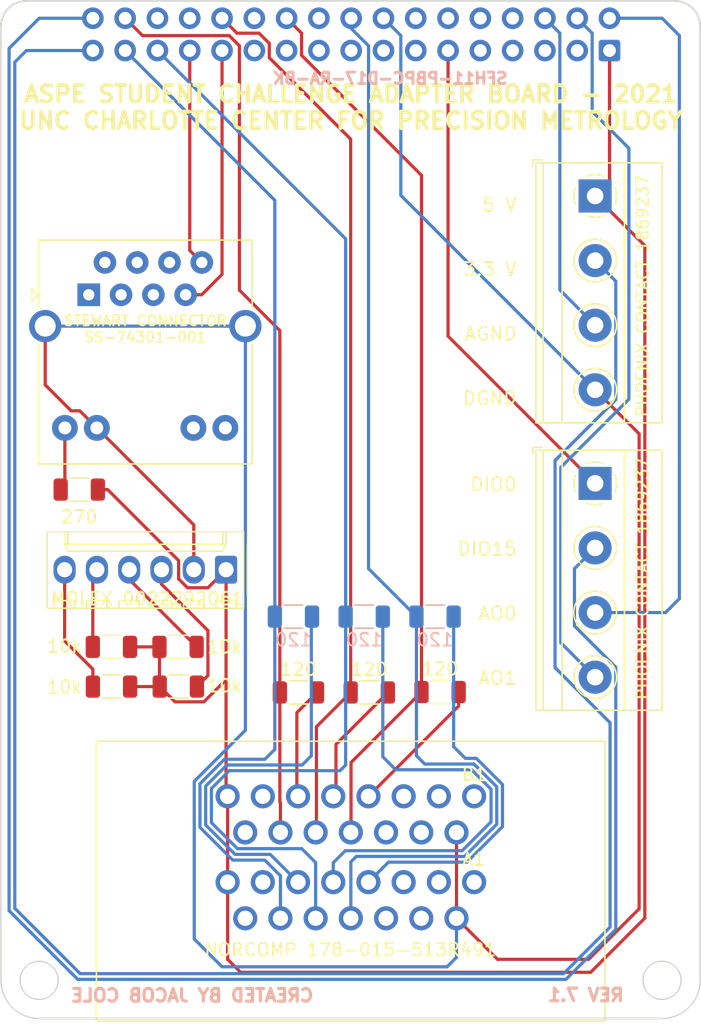
<source format=kicad_pcb>
(kicad_pcb (version 20171130) (host pcbnew "(5.1.9)-1")

  (general
    (thickness 1.6)
    (drawings 16)
    (tracks 261)
    (zones 0)
    (modules 17)
    (nets 58)
  )

  (page A4)
  (layers
    (0 F.Cu signal)
    (1 In1.Cu signal)
    (2 In2.Cu signal)
    (31 B.Cu signal)
    (32 B.Adhes user)
    (33 F.Adhes user)
    (34 B.Paste user)
    (35 F.Paste user)
    (36 B.SilkS user)
    (37 F.SilkS user)
    (38 B.Mask user)
    (39 F.Mask user)
    (40 Dwgs.User user)
    (41 Cmts.User user)
    (42 Eco1.User user)
    (43 Eco2.User user)
    (44 Edge.Cuts user)
    (45 Margin user)
    (46 B.CrtYd user)
    (47 F.CrtYd user)
    (48 B.Fab user)
    (49 F.Fab user)
  )

  (setup
    (last_trace_width 0.25)
    (trace_clearance 0.2)
    (zone_clearance 0.508)
    (zone_45_only no)
    (trace_min 0.2)
    (via_size 0.8)
    (via_drill 0.4)
    (via_min_size 0.4)
    (via_min_drill 0.3)
    (uvia_size 0.3)
    (uvia_drill 0.1)
    (uvias_allowed no)
    (uvia_min_size 0.2)
    (uvia_min_drill 0.1)
    (edge_width 0.1)
    (segment_width 0.2)
    (pcb_text_width 0.3)
    (pcb_text_size 1.5 1.5)
    (mod_edge_width 0.15)
    (mod_text_size 1 1)
    (mod_text_width 0.15)
    (pad_size 1.524 1.524)
    (pad_drill 0.762)
    (pad_to_mask_clearance 0)
    (aux_axis_origin 0 0)
    (visible_elements 7FFFFFFF)
    (pcbplotparams
      (layerselection 0x010fc_ffffffff)
      (usegerberextensions false)
      (usegerberattributes true)
      (usegerberadvancedattributes true)
      (creategerberjobfile true)
      (excludeedgelayer true)
      (linewidth 0.100000)
      (plotframeref false)
      (viasonmask false)
      (mode 1)
      (useauxorigin false)
      (hpglpennumber 1)
      (hpglpenspeed 20)
      (hpglpendiameter 15.000000)
      (psnegative false)
      (psa4output false)
      (plotreference true)
      (plotvalue true)
      (plotinvisibletext false)
      (padsonsilk false)
      (subtractmaskfromsilk false)
      (outputformat 1)
      (mirror false)
      (drillshape 0)
      (scaleselection 1)
      (outputdirectory ""))
  )

  (net 0 "")
  (net 1 /DGND)
  (net 2 "Net-(J1-Pad10)")
  (net 3 "Net-(J1-Pad9)")
  (net 4 "Net-(J1-Pad12)")
  (net 5 /DAC3_WRITE)
  (net 6 /DAC2_WRITE)
  (net 7 /DAC1_WRITE)
  (net 8 /DAC_CLK)
  (net 9 /CS)
  (net 10 /ADC_CLK)
  (net 11 /ADC_WRITE)
  (net 12 /ADC_READ)
  (net 13 /AI3)
  (net 14 /AI2)
  (net 15 /AI1)
  (net 16 /AI0)
  (net 17 /5V)
  (net 18 /DIO15)
  (net 19 /B1)
  (net 20 /B2)
  (net 21 /B0)
  (net 22 /A0)
  (net 23 "Net-(J3-Pad14)")
  (net 24 "Net-(J3-Pad10)")
  (net 25 /AGND)
  (net 26 /AO1)
  (net 27 /AO0)
  (net 28 /3.3V)
  (net 29 /A1)
  (net 30 /A2)
  (net 31 /DIO0)
  (net 32 "Net-(R1-Pad2)")
  (net 33 "Net-(R2-Pad2)")
  (net 34 "Net-(R3-Pad2)")
  (net 35 "Net-(R4-Pad2)")
  (net 36 "Net-(R5-Pad2)")
  (net 37 "Net-(R6-Pad2)")
  (net 38 "Net-(U1-PadA15)")
  (net 39 "Net-(U1-PadA7)")
  (net 40 "Net-(U1-PadA11)")
  (net 41 "Net-(U1-PadA3)")
  (net 42 "Net-(U1-PadA10)")
  (net 43 "Net-(U1-PadA2)")
  (net 44 "Net-(U1-PadA1)")
  (net 45 "Net-(U1-PadB15)")
  (net 46 "Net-(U1-PadB7)")
  (net 47 "Net-(U1-PadB11)")
  (net 48 "Net-(U1-PadB3)")
  (net 49 "Net-(U1-PadB10)")
  (net 50 "Net-(U1-PadB2)")
  (net 51 "Net-(U1-PadB1)")
  (net 52 "Net-(J3-Pad30)")
  (net 53 "Net-(J3-Pad28)")
  (net 54 "Net-(J3-Pad24)")
  (net 55 "Net-(J3-Pad12)")
  (net 56 "Net-(J3-Pad8)")
  (net 57 "Net-(J3-Pad20)")

  (net_class Default "This is the default net class."
    (clearance 0.2)
    (trace_width 0.25)
    (via_dia 0.8)
    (via_drill 0.4)
    (uvia_dia 0.3)
    (uvia_drill 0.1)
    (add_net /3.3V)
    (add_net /5V)
    (add_net /A0)
    (add_net /A1)
    (add_net /A2)
    (add_net /ADC_CLK)
    (add_net /ADC_READ)
    (add_net /ADC_WRITE)
    (add_net /AGND)
    (add_net /AI0)
    (add_net /AI1)
    (add_net /AI2)
    (add_net /AI3)
    (add_net /AO0)
    (add_net /AO1)
    (add_net /B0)
    (add_net /B1)
    (add_net /B2)
    (add_net /CS)
    (add_net /DAC1_WRITE)
    (add_net /DAC2_WRITE)
    (add_net /DAC3_WRITE)
    (add_net /DAC_CLK)
    (add_net /DGND)
    (add_net /DIO0)
    (add_net /DIO15)
    (add_net "Net-(J1-Pad10)")
    (add_net "Net-(J1-Pad12)")
    (add_net "Net-(J1-Pad9)")
    (add_net "Net-(J3-Pad10)")
    (add_net "Net-(J3-Pad12)")
    (add_net "Net-(J3-Pad14)")
    (add_net "Net-(J3-Pad20)")
    (add_net "Net-(J3-Pad24)")
    (add_net "Net-(J3-Pad28)")
    (add_net "Net-(J3-Pad30)")
    (add_net "Net-(J3-Pad8)")
    (add_net "Net-(R1-Pad2)")
    (add_net "Net-(R2-Pad2)")
    (add_net "Net-(R3-Pad2)")
    (add_net "Net-(R4-Pad2)")
    (add_net "Net-(R5-Pad2)")
    (add_net "Net-(R6-Pad2)")
    (add_net "Net-(U1-PadA1)")
    (add_net "Net-(U1-PadA10)")
    (add_net "Net-(U1-PadA11)")
    (add_net "Net-(U1-PadA15)")
    (add_net "Net-(U1-PadA2)")
    (add_net "Net-(U1-PadA3)")
    (add_net "Net-(U1-PadA7)")
    (add_net "Net-(U1-PadB1)")
    (add_net "Net-(U1-PadB10)")
    (add_net "Net-(U1-PadB11)")
    (add_net "Net-(U1-PadB15)")
    (add_net "Net-(U1-PadB2)")
    (add_net "Net-(U1-PadB3)")
    (add_net "Net-(U1-PadB7)")
  )

  (module "encoder signal conditioner_@:DSUB-15_STACKED_Female_Horizontal" (layer F.Cu) (tedit 60C0E961) (tstamp 60B261F1)
    (at 127.51054 130.2004)
    (path /6005DF89)
    (fp_text reference U1 (at 0 -4.445) (layer Cmts.User)
      (effects (font (size 1 1) (thickness 0.15)))
    )
    (fp_text value "NORCOMP 178-015-513R491" (at -0.02794 -5.61086) (layer F.SilkS)
      (effects (font (size 1 1) (thickness 0.15)))
    )
    (fp_line (start 20 0) (end 20 -22) (layer F.SilkS) (width 0.12))
    (fp_line (start -20 0) (end -20 -22) (layer F.SilkS) (width 0.12))
    (fp_line (start 20 -22) (end -20 -22) (layer F.SilkS) (width 0.12))
    (fp_line (start 20 0) (end -20 0) (layer F.SilkS) (width 0.12))
    (fp_text user "PCB EDGE" (at 0.05588 -0.90678) (layer Cmts.User)
      (effects (font (size 1 1) (thickness 0.15)))
    )
    (fp_text user A1 (at 9.6774 -12.71524) (layer F.SilkS)
      (effects (font (size 1 1) (thickness 0.15)))
    )
    (fp_text user B1 (at 9.71804 -19.3929) (layer F.SilkS)
      (effects (font (size 1 1) (thickness 0.15)))
    )
    (pad "" np_thru_hole circle (at 16.66 -8.08) (size 3.05 3.05) (drill 3.05) (layers *.Cu *.Mask))
    (pad "" np_thru_hole circle (at -16.66 -8.08) (size 3.05 3.05) (drill 3.05) (layers *.Cu *.Mask))
    (pad "" np_thru_hole circle (at 16.66 -16.08) (size 3.05 3.05) (drill 3.05) (layers *.Cu *.Mask))
    (pad "" np_thru_hole circle (at -16.66 -16.08) (size 3.05 3.05) (drill 3.05) (layers *.Cu *.Mask))
    (pad B8 thru_hole circle (at -9.681 -17.67) (size 1.9 1.9) (drill 1.2) (layers *.Cu *.Mask)
      (net 17 /5V))
    (pad A8 thru_hole circle (at -9.681 -10.92) (size 1.9 1.9) (drill 1.2) (layers *.Cu *.Mask)
      (net 17 /5V))
    (pad B15 thru_hole circle (at -8.296 -14.83) (size 1.9 1.9) (drill 1.2) (layers *.Cu *.Mask)
      (net 45 "Net-(U1-PadB15)"))
    (pad B7 thru_hole circle (at -6.911 -17.67) (size 1.9 1.9) (drill 1.2) (layers *.Cu *.Mask)
      (net 46 "Net-(U1-PadB7)"))
    (pad B14 thru_hole circle (at -5.526 -14.83) (size 1.9 1.9) (drill 1.2) (layers *.Cu *.Mask)
      (net 19 /B1))
    (pad B6 thru_hole circle (at -4.141 -17.67) (size 1.9 1.9) (drill 1.2) (layers *.Cu *.Mask)
      (net 35 "Net-(R4-Pad2)"))
    (pad B13 thru_hole circle (at -2.756 -14.83) (size 1.9 1.9) (drill 1.2) (layers *.Cu *.Mask)
      (net 20 /B2))
    (pad B5 thru_hole circle (at -1.371 -17.67) (size 1.9 1.9) (drill 1.2) (layers *.Cu *.Mask)
      (net 36 "Net-(R5-Pad2)"))
    (pad B12 thru_hole circle (at 0.014 -14.83) (size 1.9 1.9) (drill 1.2) (layers *.Cu *.Mask)
      (net 21 /B0))
    (pad B4 thru_hole circle (at 1.399 -17.67) (size 1.9 1.9) (drill 1.2) (layers *.Cu *.Mask)
      (net 37 "Net-(R6-Pad2)"))
    (pad B11 thru_hole circle (at 2.784 -14.83) (size 1.9 1.9) (drill 1.2) (layers *.Cu *.Mask)
      (net 47 "Net-(U1-PadB11)"))
    (pad B3 thru_hole circle (at 4.169 -17.67) (size 1.9 1.9) (drill 1.2) (layers *.Cu *.Mask)
      (net 48 "Net-(U1-PadB3)"))
    (pad B10 thru_hole circle (at 5.554 -14.83) (size 1.9 1.9) (drill 1.2) (layers *.Cu *.Mask)
      (net 49 "Net-(U1-PadB10)"))
    (pad B2 thru_hole circle (at 6.939 -17.67) (size 1.9 1.9) (drill 1.2) (layers *.Cu *.Mask)
      (net 50 "Net-(U1-PadB2)"))
    (pad B9 thru_hole circle (at 8.324 -14.83) (size 1.9 1.9) (drill 1.2) (layers *.Cu *.Mask)
      (net 1 /DGND))
    (pad B1 thru_hole circle (at 9.709 -17.67) (size 1.9 1.9) (drill 1.2) (layers *.Cu *.Mask)
      (net 51 "Net-(U1-PadB1)"))
    (pad A15 thru_hole circle (at -8.296 -8.08) (size 1.9 1.9) (drill 1.2) (layers *.Cu *.Mask)
      (net 38 "Net-(U1-PadA15)"))
    (pad A7 thru_hole circle (at -6.911 -10.92) (size 1.9 1.9) (drill 1.2) (layers *.Cu *.Mask)
      (net 39 "Net-(U1-PadA7)"))
    (pad A14 thru_hole circle (at -5.526 -8.08) (size 1.9 1.9) (drill 1.2) (layers *.Cu *.Mask)
      (net 29 /A1))
    (pad A6 thru_hole circle (at -4.141 -10.92) (size 1.9 1.9) (drill 1.2) (layers *.Cu *.Mask)
      (net 32 "Net-(R1-Pad2)"))
    (pad A13 thru_hole circle (at -2.756 -8.08) (size 1.9 1.9) (drill 1.2) (layers *.Cu *.Mask)
      (net 30 /A2))
    (pad A5 thru_hole circle (at -1.371 -10.92) (size 1.9 1.9) (drill 1.2) (layers *.Cu *.Mask)
      (net 33 "Net-(R2-Pad2)"))
    (pad A12 thru_hole circle (at 0.014 -8.08) (size 1.9 1.9) (drill 1.2) (layers *.Cu *.Mask)
      (net 22 /A0))
    (pad A4 thru_hole circle (at 1.399 -10.92) (size 1.9 1.9) (drill 1.2) (layers *.Cu *.Mask)
      (net 34 "Net-(R3-Pad2)"))
    (pad A11 thru_hole circle (at 2.784 -8.08) (size 1.9 1.9) (drill 1.2) (layers *.Cu *.Mask)
      (net 40 "Net-(U1-PadA11)"))
    (pad A3 thru_hole circle (at 4.169 -10.92) (size 1.9 1.9) (drill 1.2) (layers *.Cu *.Mask)
      (net 41 "Net-(U1-PadA3)"))
    (pad A10 thru_hole circle (at 5.554 -8.08) (size 1.9 1.9) (drill 1.2) (layers *.Cu *.Mask)
      (net 42 "Net-(U1-PadA10)"))
    (pad A2 thru_hole circle (at 6.939 -10.92) (size 1.9 1.9) (drill 1.2) (layers *.Cu *.Mask)
      (net 43 "Net-(U1-PadA2)"))
    (pad A9 thru_hole circle (at 8.324 -8.08) (size 1.9 1.9) (drill 1.2) (layers *.Cu *.Mask)
      (net 1 /DGND))
    (pad A1 thru_hole circle (at 9.709 -10.92) (size 1.9 1.9) (drill 1.2) (layers *.Cu *.Mask)
      (net 44 "Net-(U1-PadA1)"))
  )

  (module Connector_Molex:Molex_KK-254_AE-6410-06A_1x06_P2.54mm_Vertical (layer F.Cu) (tedit 5EA53D3B) (tstamp 60B19A65)
    (at 117.7086 94.71406 180)
    (descr "Molex KK-254 Interconnect System, old/engineering part number: AE-6410-06A example for new part number: 22-27-2061, 6 Pins (http://www.molex.com/pdm_docs/sd/022272021_sd.pdf), generated with kicad-footprint-generator")
    (tags "connector Molex KK-254 vertical")
    (path /60ADA4CA)
    (fp_text reference J2 (at 6.35 -4.12) (layer F.SilkS) hide
      (effects (font (size 1 1) (thickness 0.15)))
    )
    (fp_text value "MOLEX 0022292061" (at 6.20514 -2.286) (layer F.SilkS)
      (effects (font (size 1 1) (thickness 0.15)))
    )
    (fp_line (start -1.27 -2.92) (end -1.27 2.88) (layer F.Fab) (width 0.1))
    (fp_line (start -1.27 2.88) (end 13.97 2.88) (layer F.Fab) (width 0.1))
    (fp_line (start 13.97 2.88) (end 13.97 -2.92) (layer F.Fab) (width 0.1))
    (fp_line (start 13.97 -2.92) (end -1.27 -2.92) (layer F.Fab) (width 0.1))
    (fp_line (start -1.38 -3.03) (end -1.38 2.99) (layer F.SilkS) (width 0.12))
    (fp_line (start -1.38 2.99) (end 14.08 2.99) (layer F.SilkS) (width 0.12))
    (fp_line (start 14.08 2.99) (end 14.08 -3.03) (layer F.SilkS) (width 0.12))
    (fp_line (start 14.08 -3.03) (end -1.38 -3.03) (layer F.SilkS) (width 0.12))
    (fp_line (start -1.67 -2) (end -1.67 2) (layer F.SilkS) (width 0.12))
    (fp_line (start -1.27 -0.5) (end -0.562893 0) (layer F.Fab) (width 0.1))
    (fp_line (start -0.562893 0) (end -1.27 0.5) (layer F.Fab) (width 0.1))
    (fp_line (start 0 2.99) (end 0 1.99) (layer F.SilkS) (width 0.12))
    (fp_line (start 0 1.99) (end 12.7 1.99) (layer F.SilkS) (width 0.12))
    (fp_line (start 12.7 1.99) (end 12.7 2.99) (layer F.SilkS) (width 0.12))
    (fp_line (start 0 1.99) (end 0.25 1.46) (layer F.SilkS) (width 0.12))
    (fp_line (start 0.25 1.46) (end 12.45 1.46) (layer F.SilkS) (width 0.12))
    (fp_line (start 12.45 1.46) (end 12.7 1.99) (layer F.SilkS) (width 0.12))
    (fp_line (start 0.25 2.99) (end 0.25 1.99) (layer F.SilkS) (width 0.12))
    (fp_line (start 12.45 2.99) (end 12.45 1.99) (layer F.SilkS) (width 0.12))
    (fp_line (start -0.8 -3.03) (end -0.8 -2.43) (layer F.SilkS) (width 0.12))
    (fp_line (start -0.8 -2.43) (end 0.8 -2.43) (layer F.SilkS) (width 0.12))
    (fp_line (start 0.8 -2.43) (end 0.8 -3.03) (layer F.SilkS) (width 0.12))
    (fp_line (start 1.74 -3.03) (end 1.74 -2.43) (layer F.SilkS) (width 0.12))
    (fp_line (start 1.74 -2.43) (end 3.34 -2.43) (layer F.SilkS) (width 0.12))
    (fp_line (start 3.34 -2.43) (end 3.34 -3.03) (layer F.SilkS) (width 0.12))
    (fp_line (start 4.28 -3.03) (end 4.28 -2.43) (layer F.SilkS) (width 0.12))
    (fp_line (start 4.28 -2.43) (end 5.88 -2.43) (layer F.SilkS) (width 0.12))
    (fp_line (start 5.88 -2.43) (end 5.88 -3.03) (layer F.SilkS) (width 0.12))
    (fp_line (start 6.82 -3.03) (end 6.82 -2.43) (layer F.SilkS) (width 0.12))
    (fp_line (start 6.82 -2.43) (end 8.42 -2.43) (layer F.SilkS) (width 0.12))
    (fp_line (start 8.42 -2.43) (end 8.42 -3.03) (layer F.SilkS) (width 0.12))
    (fp_line (start 9.36 -3.03) (end 9.36 -2.43) (layer F.SilkS) (width 0.12))
    (fp_line (start 9.36 -2.43) (end 10.96 -2.43) (layer F.SilkS) (width 0.12))
    (fp_line (start 10.96 -2.43) (end 10.96 -3.03) (layer F.SilkS) (width 0.12))
    (fp_line (start 11.9 -3.03) (end 11.9 -2.43) (layer F.SilkS) (width 0.12))
    (fp_line (start 11.9 -2.43) (end 13.5 -2.43) (layer F.SilkS) (width 0.12))
    (fp_line (start 13.5 -2.43) (end 13.5 -3.03) (layer F.SilkS) (width 0.12))
    (fp_line (start -1.77 -3.42) (end -1.77 3.38) (layer F.CrtYd) (width 0.05))
    (fp_line (start -1.77 3.38) (end 14.47 3.38) (layer F.CrtYd) (width 0.05))
    (fp_line (start 14.47 3.38) (end 14.47 -3.42) (layer F.CrtYd) (width 0.05))
    (fp_line (start 14.47 -3.42) (end -1.77 -3.42) (layer F.CrtYd) (width 0.05))
    (fp_text user %R (at 6.35 -2.22) (layer F.Fab)
      (effects (font (size 1 1) (thickness 0.15)))
    )
    (pad 6 thru_hole oval (at 12.7 0 180) (size 1.74 2.19) (drill 1.19) (layers *.Cu *.Mask)
      (net 13 /AI3))
    (pad 5 thru_hole oval (at 10.16 0 180) (size 1.74 2.19) (drill 1.19) (layers *.Cu *.Mask)
      (net 14 /AI2))
    (pad 4 thru_hole oval (at 7.62 0 180) (size 1.74 2.19) (drill 1.19) (layers *.Cu *.Mask)
      (net 15 /AI1))
    (pad 3 thru_hole oval (at 5.08 0 180) (size 1.74 2.19) (drill 1.19) (layers *.Cu *.Mask)
      (net 16 /AI0))
    (pad 2 thru_hole oval (at 2.54 0 180) (size 1.74 2.19) (drill 1.19) (layers *.Cu *.Mask)
      (net 1 /DGND))
    (pad 1 thru_hole roundrect (at 0 0 180) (size 1.74 2.19) (drill 1.19) (layers *.Cu *.Mask) (roundrect_rratio 0.1436775862068966)
      (net 17 /5V))
    (model ${KISYS3DMOD}/Connector_Molex.3dshapes/Molex_KK-254_AE-6410-06A_1x06_P2.54mm_Vertical.wrl
      (at (xyz 0 0 0))
      (scale (xyz 1 1 1))
      (rotate (xyz 0 0 0))
    )
  )

  (module TerminalBlock_Phoenix:TerminalBlock_Phoenix_MKDS-1,5-4-5.08_1x04_P5.08mm_Horizontal (layer F.Cu) (tedit 5B294EBC) (tstamp 60B19AEA)
    (at 146.74088 65.33134 270)
    (descr "Terminal Block Phoenix MKDS-1,5-4-5.08, 4 pins, pitch 5.08mm, size 20.3x9.8mm^2, drill diamater 1.3mm, pad diameter 2.6mm, see http://www.farnell.com/datasheets/100425.pdf, script-generated using https://github.com/pointhi/kicad-footprint-generator/scripts/TerminalBlock_Phoenix")
    (tags "THT Terminal Block Phoenix MKDS-1,5-4-5.08 pitch 5.08mm size 20.3x9.8mm^2 drill 1.3mm pad 2.6mm")
    (path /60BE1B95)
    (fp_text reference J4 (at 7.62 -6.26 90) (layer F.SilkS) hide
      (effects (font (size 1 1) (thickness 0.15)))
    )
    (fp_text value "PHOENIX CONTACT 1869237" (at 7.86384 -3.72872 90) (layer F.SilkS)
      (effects (font (size 0.9 0.9) (thickness 0.15)))
    )
    (fp_circle (center 0 0) (end 1.5 0) (layer F.Fab) (width 0.1))
    (fp_circle (center 5.08 0) (end 6.58 0) (layer F.Fab) (width 0.1))
    (fp_circle (center 5.08 0) (end 6.76 0) (layer F.SilkS) (width 0.12))
    (fp_circle (center 10.16 0) (end 11.66 0) (layer F.Fab) (width 0.1))
    (fp_circle (center 10.16 0) (end 11.84 0) (layer F.SilkS) (width 0.12))
    (fp_circle (center 15.24 0) (end 16.74 0) (layer F.Fab) (width 0.1))
    (fp_circle (center 15.24 0) (end 16.92 0) (layer F.SilkS) (width 0.12))
    (fp_line (start -2.54 -5.2) (end 17.78 -5.2) (layer F.Fab) (width 0.1))
    (fp_line (start 17.78 -5.2) (end 17.78 4.6) (layer F.Fab) (width 0.1))
    (fp_line (start 17.78 4.6) (end -2.04 4.6) (layer F.Fab) (width 0.1))
    (fp_line (start -2.04 4.6) (end -2.54 4.1) (layer F.Fab) (width 0.1))
    (fp_line (start -2.54 4.1) (end -2.54 -5.2) (layer F.Fab) (width 0.1))
    (fp_line (start -2.54 4.1) (end 17.78 4.1) (layer F.Fab) (width 0.1))
    (fp_line (start -2.6 4.1) (end 17.84 4.1) (layer F.SilkS) (width 0.12))
    (fp_line (start -2.54 2.6) (end 17.78 2.6) (layer F.Fab) (width 0.1))
    (fp_line (start -2.6 2.6) (end 17.84 2.6) (layer F.SilkS) (width 0.12))
    (fp_line (start -2.54 -2.3) (end 17.78 -2.3) (layer F.Fab) (width 0.1))
    (fp_line (start -2.6 -2.301) (end 17.84 -2.301) (layer F.SilkS) (width 0.12))
    (fp_line (start -2.6 -5.261) (end 17.84 -5.261) (layer F.SilkS) (width 0.12))
    (fp_line (start -2.6 4.66) (end 17.84 4.66) (layer F.SilkS) (width 0.12))
    (fp_line (start -2.6 -5.261) (end -2.6 4.66) (layer F.SilkS) (width 0.12))
    (fp_line (start 17.84 -5.261) (end 17.84 4.66) (layer F.SilkS) (width 0.12))
    (fp_line (start 1.138 -0.955) (end -0.955 1.138) (layer F.Fab) (width 0.1))
    (fp_line (start 0.955 -1.138) (end -1.138 0.955) (layer F.Fab) (width 0.1))
    (fp_line (start 6.218 -0.955) (end 4.126 1.138) (layer F.Fab) (width 0.1))
    (fp_line (start 6.035 -1.138) (end 3.943 0.955) (layer F.Fab) (width 0.1))
    (fp_line (start 6.355 -1.069) (end 6.308 -1.023) (layer F.SilkS) (width 0.12))
    (fp_line (start 4.046 1.239) (end 4.011 1.274) (layer F.SilkS) (width 0.12))
    (fp_line (start 6.15 -1.275) (end 6.115 -1.239) (layer F.SilkS) (width 0.12))
    (fp_line (start 3.853 1.023) (end 3.806 1.069) (layer F.SilkS) (width 0.12))
    (fp_line (start 11.298 -0.955) (end 9.206 1.138) (layer F.Fab) (width 0.1))
    (fp_line (start 11.115 -1.138) (end 9.023 0.955) (layer F.Fab) (width 0.1))
    (fp_line (start 11.435 -1.069) (end 11.388 -1.023) (layer F.SilkS) (width 0.12))
    (fp_line (start 9.126 1.239) (end 9.091 1.274) (layer F.SilkS) (width 0.12))
    (fp_line (start 11.23 -1.275) (end 11.195 -1.239) (layer F.SilkS) (width 0.12))
    (fp_line (start 8.933 1.023) (end 8.886 1.069) (layer F.SilkS) (width 0.12))
    (fp_line (start 16.378 -0.955) (end 14.286 1.138) (layer F.Fab) (width 0.1))
    (fp_line (start 16.195 -1.138) (end 14.103 0.955) (layer F.Fab) (width 0.1))
    (fp_line (start 16.515 -1.069) (end 16.468 -1.023) (layer F.SilkS) (width 0.12))
    (fp_line (start 14.206 1.239) (end 14.171 1.274) (layer F.SilkS) (width 0.12))
    (fp_line (start 16.31 -1.275) (end 16.275 -1.239) (layer F.SilkS) (width 0.12))
    (fp_line (start 14.013 1.023) (end 13.966 1.069) (layer F.SilkS) (width 0.12))
    (fp_line (start -2.84 4.16) (end -2.84 4.9) (layer F.SilkS) (width 0.12))
    (fp_line (start -2.84 4.9) (end -2.34 4.9) (layer F.SilkS) (width 0.12))
    (fp_line (start -3.04 -5.71) (end -3.04 5.1) (layer F.CrtYd) (width 0.05))
    (fp_line (start -3.04 5.1) (end 18.28 5.1) (layer F.CrtYd) (width 0.05))
    (fp_line (start 18.28 5.1) (end 18.28 -5.71) (layer F.CrtYd) (width 0.05))
    (fp_line (start 18.28 -5.71) (end -3.04 -5.71) (layer F.CrtYd) (width 0.05))
    (fp_text user %R (at 7.62 3.2 90) (layer F.Fab)
      (effects (font (size 1 1) (thickness 0.15)))
    )
    (fp_arc (start 0 0) (end -0.684 1.535) (angle -25) (layer F.SilkS) (width 0.12))
    (fp_arc (start 0 0) (end -1.535 -0.684) (angle -48) (layer F.SilkS) (width 0.12))
    (fp_arc (start 0 0) (end 0.684 -1.535) (angle -48) (layer F.SilkS) (width 0.12))
    (fp_arc (start 0 0) (end 1.535 0.684) (angle -48) (layer F.SilkS) (width 0.12))
    (fp_arc (start 0 0) (end 0 1.68) (angle -24) (layer F.SilkS) (width 0.12))
    (pad 4 thru_hole circle (at 15.24 0 270) (size 2.6 2.6) (drill 1.3) (layers *.Cu *.Mask)
      (net 1 /DGND))
    (pad 3 thru_hole circle (at 10.16 0 270) (size 2.6 2.6) (drill 1.3) (layers *.Cu *.Mask)
      (net 25 /AGND))
    (pad 2 thru_hole circle (at 5.08 0 270) (size 2.6 2.6) (drill 1.3) (layers *.Cu *.Mask)
      (net 28 /3.3V))
    (pad 1 thru_hole rect (at 0 0 270) (size 2.6 2.6) (drill 1.3) (layers *.Cu *.Mask)
      (net 17 /5V))
    (model ${KISYS3DMOD}/TerminalBlock_Phoenix.3dshapes/TerminalBlock_Phoenix_MKDS-1,5-4-5.08_1x04_P5.08mm_Horizontal.wrl
      (at (xyz 0 0 0))
      (scale (xyz 1 1 1))
      (rotate (xyz 0 0 0))
    )
  )

  (module TerminalBlock_Phoenix:TerminalBlock_Phoenix_MKDS-1,5-4-5.08_1x04_P5.08mm_Horizontal (layer F.Cu) (tedit 5B294EBC) (tstamp 60B19B28)
    (at 146.74088 87.92464 270)
    (descr "Terminal Block Phoenix MKDS-1,5-4-5.08, 4 pins, pitch 5.08mm, size 20.3x9.8mm^2, drill diamater 1.3mm, pad diameter 2.6mm, see http://www.farnell.com/datasheets/100425.pdf, script-generated using https://github.com/pointhi/kicad-footprint-generator/scripts/TerminalBlock_Phoenix")
    (tags "THT Terminal Block Phoenix MKDS-1,5-4-5.08 pitch 5.08mm size 20.3x9.8mm^2 drill 1.3mm pad 2.6mm")
    (path /60BE3B53)
    (fp_text reference J5 (at 7.62 -6.26 90) (layer F.SilkS) hide
      (effects (font (size 1 1) (thickness 0.15)))
    )
    (fp_text value "PHOENIX CONTACT 1869237" (at 7.50316 -3.72872 90) (layer F.SilkS)
      (effects (font (size 0.9 0.9) (thickness 0.15)))
    )
    (fp_circle (center 0 0) (end 1.5 0) (layer F.Fab) (width 0.1))
    (fp_circle (center 5.08 0) (end 6.58 0) (layer F.Fab) (width 0.1))
    (fp_circle (center 5.08 0) (end 6.76 0) (layer F.SilkS) (width 0.12))
    (fp_circle (center 10.16 0) (end 11.66 0) (layer F.Fab) (width 0.1))
    (fp_circle (center 10.16 0) (end 11.84 0) (layer F.SilkS) (width 0.12))
    (fp_circle (center 15.24 0) (end 16.74 0) (layer F.Fab) (width 0.1))
    (fp_circle (center 15.24 0) (end 16.92 0) (layer F.SilkS) (width 0.12))
    (fp_line (start -2.54 -5.2) (end 17.78 -5.2) (layer F.Fab) (width 0.1))
    (fp_line (start 17.78 -5.2) (end 17.78 4.6) (layer F.Fab) (width 0.1))
    (fp_line (start 17.78 4.6) (end -2.04 4.6) (layer F.Fab) (width 0.1))
    (fp_line (start -2.04 4.6) (end -2.54 4.1) (layer F.Fab) (width 0.1))
    (fp_line (start -2.54 4.1) (end -2.54 -5.2) (layer F.Fab) (width 0.1))
    (fp_line (start -2.54 4.1) (end 17.78 4.1) (layer F.Fab) (width 0.1))
    (fp_line (start -2.6 4.1) (end 17.84 4.1) (layer F.SilkS) (width 0.12))
    (fp_line (start -2.54 2.6) (end 17.78 2.6) (layer F.Fab) (width 0.1))
    (fp_line (start -2.6 2.6) (end 17.84 2.6) (layer F.SilkS) (width 0.12))
    (fp_line (start -2.54 -2.3) (end 17.78 -2.3) (layer F.Fab) (width 0.1))
    (fp_line (start -2.6 -2.301) (end 17.84 -2.301) (layer F.SilkS) (width 0.12))
    (fp_line (start -2.6 -5.261) (end 17.84 -5.261) (layer F.SilkS) (width 0.12))
    (fp_line (start -2.6 4.66) (end 17.84 4.66) (layer F.SilkS) (width 0.12))
    (fp_line (start -2.6 -5.261) (end -2.6 4.66) (layer F.SilkS) (width 0.12))
    (fp_line (start 17.84 -5.261) (end 17.84 4.66) (layer F.SilkS) (width 0.12))
    (fp_line (start 1.138 -0.955) (end -0.955 1.138) (layer F.Fab) (width 0.1))
    (fp_line (start 0.955 -1.138) (end -1.138 0.955) (layer F.Fab) (width 0.1))
    (fp_line (start 6.218 -0.955) (end 4.126 1.138) (layer F.Fab) (width 0.1))
    (fp_line (start 6.035 -1.138) (end 3.943 0.955) (layer F.Fab) (width 0.1))
    (fp_line (start 6.355 -1.069) (end 6.308 -1.023) (layer F.SilkS) (width 0.12))
    (fp_line (start 4.046 1.239) (end 4.011 1.274) (layer F.SilkS) (width 0.12))
    (fp_line (start 6.15 -1.275) (end 6.115 -1.239) (layer F.SilkS) (width 0.12))
    (fp_line (start 3.853 1.023) (end 3.806 1.069) (layer F.SilkS) (width 0.12))
    (fp_line (start 11.298 -0.955) (end 9.206 1.138) (layer F.Fab) (width 0.1))
    (fp_line (start 11.115 -1.138) (end 9.023 0.955) (layer F.Fab) (width 0.1))
    (fp_line (start 11.435 -1.069) (end 11.388 -1.023) (layer F.SilkS) (width 0.12))
    (fp_line (start 9.126 1.239) (end 9.091 1.274) (layer F.SilkS) (width 0.12))
    (fp_line (start 11.23 -1.275) (end 11.195 -1.239) (layer F.SilkS) (width 0.12))
    (fp_line (start 8.933 1.023) (end 8.886 1.069) (layer F.SilkS) (width 0.12))
    (fp_line (start 16.378 -0.955) (end 14.286 1.138) (layer F.Fab) (width 0.1))
    (fp_line (start 16.195 -1.138) (end 14.103 0.955) (layer F.Fab) (width 0.1))
    (fp_line (start 16.515 -1.069) (end 16.468 -1.023) (layer F.SilkS) (width 0.12))
    (fp_line (start 14.206 1.239) (end 14.171 1.274) (layer F.SilkS) (width 0.12))
    (fp_line (start 16.31 -1.275) (end 16.275 -1.239) (layer F.SilkS) (width 0.12))
    (fp_line (start 14.013 1.023) (end 13.966 1.069) (layer F.SilkS) (width 0.12))
    (fp_line (start -2.84 4.16) (end -2.84 4.9) (layer F.SilkS) (width 0.12))
    (fp_line (start -2.84 4.9) (end -2.34 4.9) (layer F.SilkS) (width 0.12))
    (fp_line (start -3.04 -5.71) (end -3.04 5.1) (layer F.CrtYd) (width 0.05))
    (fp_line (start -3.04 5.1) (end 18.28 5.1) (layer F.CrtYd) (width 0.05))
    (fp_line (start 18.28 5.1) (end 18.28 -5.71) (layer F.CrtYd) (width 0.05))
    (fp_line (start 18.28 -5.71) (end -3.04 -5.71) (layer F.CrtYd) (width 0.05))
    (fp_text user %R (at 7.62 3.2 90) (layer F.Fab)
      (effects (font (size 1 1) (thickness 0.15)))
    )
    (fp_arc (start 0 0) (end -0.684 1.535) (angle -25) (layer F.SilkS) (width 0.12))
    (fp_arc (start 0 0) (end -1.535 -0.684) (angle -48) (layer F.SilkS) (width 0.12))
    (fp_arc (start 0 0) (end 0.684 -1.535) (angle -48) (layer F.SilkS) (width 0.12))
    (fp_arc (start 0 0) (end 1.535 0.684) (angle -48) (layer F.SilkS) (width 0.12))
    (fp_arc (start 0 0) (end 0 1.68) (angle -24) (layer F.SilkS) (width 0.12))
    (pad 4 thru_hole circle (at 15.24 0 270) (size 2.6 2.6) (drill 1.3) (layers *.Cu *.Mask)
      (net 26 /AO1))
    (pad 3 thru_hole circle (at 10.16 0 270) (size 2.6 2.6) (drill 1.3) (layers *.Cu *.Mask)
      (net 27 /AO0))
    (pad 2 thru_hole circle (at 5.08 0 270) (size 2.6 2.6) (drill 1.3) (layers *.Cu *.Mask)
      (net 18 /DIO15))
    (pad 1 thru_hole rect (at 0 0 270) (size 2.6 2.6) (drill 1.3) (layers *.Cu *.Mask)
      (net 31 /DIO0))
    (model ${KISYS3DMOD}/TerminalBlock_Phoenix.3dshapes/TerminalBlock_Phoenix_MKDS-1,5-4-5.08_1x04_P5.08mm_Horizontal.wrl
      (at (xyz 0 0 0))
      (scale (xyz 1 1 1))
      (rotate (xyz 0 0 0))
    )
  )

  (module Resistor_SMD:R_1206_3216Metric (layer B.Cu) (tedit 5F68FEEE) (tstamp 60B19B39)
    (at 123.00658 98.40214)
    (descr "Resistor SMD 1206 (3216 Metric), square (rectangular) end terminal, IPC_7351 nominal, (Body size source: IPC-SM-782 page 72, https://www.pcb-3d.com/wordpress/wp-content/uploads/ipc-sm-782a_amendment_1_and_2.pdf), generated with kicad-footprint-generator")
    (tags resistor)
    (path /5FEB061B)
    (attr smd)
    (fp_text reference 120 (at 0 1.82) (layer B.SilkS)
      (effects (font (size 1 1) (thickness 0.15)) (justify mirror))
    )
    (fp_text value Rload (at 0 -1.82) (layer B.Fab)
      (effects (font (size 1 1) (thickness 0.15)) (justify mirror))
    )
    (fp_line (start 2.28 -1.12) (end -2.28 -1.12) (layer B.CrtYd) (width 0.05))
    (fp_line (start 2.28 1.12) (end 2.28 -1.12) (layer B.CrtYd) (width 0.05))
    (fp_line (start -2.28 1.12) (end 2.28 1.12) (layer B.CrtYd) (width 0.05))
    (fp_line (start -2.28 -1.12) (end -2.28 1.12) (layer B.CrtYd) (width 0.05))
    (fp_line (start -0.727064 -0.91) (end 0.727064 -0.91) (layer B.SilkS) (width 0.12))
    (fp_line (start -0.727064 0.91) (end 0.727064 0.91) (layer B.SilkS) (width 0.12))
    (fp_line (start 1.6 -0.8) (end -1.6 -0.8) (layer B.Fab) (width 0.1))
    (fp_line (start 1.6 0.8) (end 1.6 -0.8) (layer B.Fab) (width 0.1))
    (fp_line (start -1.6 0.8) (end 1.6 0.8) (layer B.Fab) (width 0.1))
    (fp_line (start -1.6 -0.8) (end -1.6 0.8) (layer B.Fab) (width 0.1))
    (fp_text user %R (at 0 0) (layer B.Fab)
      (effects (font (size 0.8 0.8) (thickness 0.12)) (justify mirror))
    )
    (pad 1 smd roundrect (at -1.4625 0) (size 1.125 1.75) (layers B.Cu B.Paste B.Mask) (roundrect_rratio 0.2222204444444444)
      (net 29 /A1))
    (pad 2 smd roundrect (at 1.4625 0) (size 1.125 1.75) (layers B.Cu B.Paste B.Mask) (roundrect_rratio 0.2222204444444444)
      (net 32 "Net-(R1-Pad2)"))
    (model ${KISYS3DMOD}/Resistor_SMD.3dshapes/R_1206_3216Metric.wrl
      (at (xyz 0 0 0))
      (scale (xyz 1 1 1))
      (rotate (xyz 0 0 0))
    )
  )

  (module Resistor_SMD:R_1206_3216Metric (layer B.Cu) (tedit 5F68FEEE) (tstamp 60B19B4A)
    (at 128.57707 98.40214)
    (descr "Resistor SMD 1206 (3216 Metric), square (rectangular) end terminal, IPC_7351 nominal, (Body size source: IPC-SM-782 page 72, https://www.pcb-3d.com/wordpress/wp-content/uploads/ipc-sm-782a_amendment_1_and_2.pdf), generated with kicad-footprint-generator")
    (tags resistor)
    (path /5FED50E5)
    (attr smd)
    (fp_text reference 120 (at 0 1.82) (layer B.SilkS)
      (effects (font (size 1 1) (thickness 0.15)) (justify mirror))
    )
    (fp_text value Rload (at 0 -1.82) (layer B.Fab)
      (effects (font (size 1 1) (thickness 0.15)) (justify mirror))
    )
    (fp_line (start -1.6 -0.8) (end -1.6 0.8) (layer B.Fab) (width 0.1))
    (fp_line (start -1.6 0.8) (end 1.6 0.8) (layer B.Fab) (width 0.1))
    (fp_line (start 1.6 0.8) (end 1.6 -0.8) (layer B.Fab) (width 0.1))
    (fp_line (start 1.6 -0.8) (end -1.6 -0.8) (layer B.Fab) (width 0.1))
    (fp_line (start -0.727064 0.91) (end 0.727064 0.91) (layer B.SilkS) (width 0.12))
    (fp_line (start -0.727064 -0.91) (end 0.727064 -0.91) (layer B.SilkS) (width 0.12))
    (fp_line (start -2.28 -1.12) (end -2.28 1.12) (layer B.CrtYd) (width 0.05))
    (fp_line (start -2.28 1.12) (end 2.28 1.12) (layer B.CrtYd) (width 0.05))
    (fp_line (start 2.28 1.12) (end 2.28 -1.12) (layer B.CrtYd) (width 0.05))
    (fp_line (start 2.28 -1.12) (end -2.28 -1.12) (layer B.CrtYd) (width 0.05))
    (fp_text user %R (at 0 0) (layer B.Fab)
      (effects (font (size 0.8 0.8) (thickness 0.12)) (justify mirror))
    )
    (pad 2 smd roundrect (at 1.4625 0) (size 1.125 1.75) (layers B.Cu B.Paste B.Mask) (roundrect_rratio 0.2222204444444444)
      (net 33 "Net-(R2-Pad2)"))
    (pad 1 smd roundrect (at -1.4625 0) (size 1.125 1.75) (layers B.Cu B.Paste B.Mask) (roundrect_rratio 0.2222204444444444)
      (net 30 /A2))
    (model ${KISYS3DMOD}/Resistor_SMD.3dshapes/R_1206_3216Metric.wrl
      (at (xyz 0 0 0))
      (scale (xyz 1 1 1))
      (rotate (xyz 0 0 0))
    )
  )

  (module Resistor_SMD:R_1206_3216Metric (layer B.Cu) (tedit 5F68FEEE) (tstamp 60B19B5B)
    (at 134.14756 98.40214)
    (descr "Resistor SMD 1206 (3216 Metric), square (rectangular) end terminal, IPC_7351 nominal, (Body size source: IPC-SM-782 page 72, https://www.pcb-3d.com/wordpress/wp-content/uploads/ipc-sm-782a_amendment_1_and_2.pdf), generated with kicad-footprint-generator")
    (tags resistor)
    (path /5FEC8103)
    (attr smd)
    (fp_text reference 120 (at 0 1.82) (layer B.SilkS)
      (effects (font (size 1 1) (thickness 0.15)) (justify mirror))
    )
    (fp_text value Rload (at 0 -1.82) (layer B.Fab)
      (effects (font (size 1 1) (thickness 0.15)) (justify mirror))
    )
    (fp_line (start -1.6 -0.8) (end -1.6 0.8) (layer B.Fab) (width 0.1))
    (fp_line (start -1.6 0.8) (end 1.6 0.8) (layer B.Fab) (width 0.1))
    (fp_line (start 1.6 0.8) (end 1.6 -0.8) (layer B.Fab) (width 0.1))
    (fp_line (start 1.6 -0.8) (end -1.6 -0.8) (layer B.Fab) (width 0.1))
    (fp_line (start -0.727064 0.91) (end 0.727064 0.91) (layer B.SilkS) (width 0.12))
    (fp_line (start -0.727064 -0.91) (end 0.727064 -0.91) (layer B.SilkS) (width 0.12))
    (fp_line (start -2.28 -1.12) (end -2.28 1.12) (layer B.CrtYd) (width 0.05))
    (fp_line (start -2.28 1.12) (end 2.28 1.12) (layer B.CrtYd) (width 0.05))
    (fp_line (start 2.28 1.12) (end 2.28 -1.12) (layer B.CrtYd) (width 0.05))
    (fp_line (start 2.28 -1.12) (end -2.28 -1.12) (layer B.CrtYd) (width 0.05))
    (fp_text user %R (at 0 0) (layer B.Fab)
      (effects (font (size 0.8 0.8) (thickness 0.12)) (justify mirror))
    )
    (pad 2 smd roundrect (at 1.4625 0) (size 1.125 1.75) (layers B.Cu B.Paste B.Mask) (roundrect_rratio 0.2222204444444444)
      (net 34 "Net-(R3-Pad2)"))
    (pad 1 smd roundrect (at -1.4625 0) (size 1.125 1.75) (layers B.Cu B.Paste B.Mask) (roundrect_rratio 0.2222204444444444)
      (net 22 /A0))
    (model ${KISYS3DMOD}/Resistor_SMD.3dshapes/R_1206_3216Metric.wrl
      (at (xyz 0 0 0))
      (scale (xyz 1 1 1))
      (rotate (xyz 0 0 0))
    )
  )

  (module Resistor_SMD:R_1206_3216Metric (layer F.Cu) (tedit 5F68FEEE) (tstamp 60B19B6C)
    (at 123.40282 104.36606)
    (descr "Resistor SMD 1206 (3216 Metric), square (rectangular) end terminal, IPC_7351 nominal, (Body size source: IPC-SM-782 page 72, https://www.pcb-3d.com/wordpress/wp-content/uploads/ipc-sm-782a_amendment_1_and_2.pdf), generated with kicad-footprint-generator")
    (tags resistor)
    (path /5FED9D33)
    (attr smd)
    (fp_text reference 120 (at 0 -1.82) (layer F.SilkS)
      (effects (font (size 1 1) (thickness 0.15)))
    )
    (fp_text value Rload (at 0 1.82) (layer F.Fab)
      (effects (font (size 1 1) (thickness 0.15)))
    )
    (fp_line (start -1.6 0.8) (end -1.6 -0.8) (layer F.Fab) (width 0.1))
    (fp_line (start -1.6 -0.8) (end 1.6 -0.8) (layer F.Fab) (width 0.1))
    (fp_line (start 1.6 -0.8) (end 1.6 0.8) (layer F.Fab) (width 0.1))
    (fp_line (start 1.6 0.8) (end -1.6 0.8) (layer F.Fab) (width 0.1))
    (fp_line (start -0.727064 -0.91) (end 0.727064 -0.91) (layer F.SilkS) (width 0.12))
    (fp_line (start -0.727064 0.91) (end 0.727064 0.91) (layer F.SilkS) (width 0.12))
    (fp_line (start -2.28 1.12) (end -2.28 -1.12) (layer F.CrtYd) (width 0.05))
    (fp_line (start -2.28 -1.12) (end 2.28 -1.12) (layer F.CrtYd) (width 0.05))
    (fp_line (start 2.28 -1.12) (end 2.28 1.12) (layer F.CrtYd) (width 0.05))
    (fp_line (start 2.28 1.12) (end -2.28 1.12) (layer F.CrtYd) (width 0.05))
    (fp_text user %R (at 0 0) (layer F.Fab)
      (effects (font (size 0.8 0.8) (thickness 0.12)))
    )
    (pad 2 smd roundrect (at 1.4625 0) (size 1.125 1.75) (layers F.Cu F.Paste F.Mask) (roundrect_rratio 0.2222204444444444)
      (net 35 "Net-(R4-Pad2)"))
    (pad 1 smd roundrect (at -1.4625 0) (size 1.125 1.75) (layers F.Cu F.Paste F.Mask) (roundrect_rratio 0.2222204444444444)
      (net 19 /B1))
    (model ${KISYS3DMOD}/Resistor_SMD.3dshapes/R_1206_3216Metric.wrl
      (at (xyz 0 0 0))
      (scale (xyz 1 1 1))
      (rotate (xyz 0 0 0))
    )
  )

  (module Resistor_SMD:R_1206_3216Metric (layer F.Cu) (tedit 5F68FEEE) (tstamp 60B19B7D)
    (at 128.97331 104.36606)
    (descr "Resistor SMD 1206 (3216 Metric), square (rectangular) end terminal, IPC_7351 nominal, (Body size source: IPC-SM-782 page 72, https://www.pcb-3d.com/wordpress/wp-content/uploads/ipc-sm-782a_amendment_1_and_2.pdf), generated with kicad-footprint-generator")
    (tags resistor)
    (path /5FED89F4)
    (attr smd)
    (fp_text reference 120 (at 0 -1.82) (layer F.SilkS)
      (effects (font (size 1 1) (thickness 0.15)))
    )
    (fp_text value Rload (at 0 1.82) (layer F.Fab)
      (effects (font (size 1 1) (thickness 0.15)))
    )
    (fp_line (start -1.6 0.8) (end -1.6 -0.8) (layer F.Fab) (width 0.1))
    (fp_line (start -1.6 -0.8) (end 1.6 -0.8) (layer F.Fab) (width 0.1))
    (fp_line (start 1.6 -0.8) (end 1.6 0.8) (layer F.Fab) (width 0.1))
    (fp_line (start 1.6 0.8) (end -1.6 0.8) (layer F.Fab) (width 0.1))
    (fp_line (start -0.727064 -0.91) (end 0.727064 -0.91) (layer F.SilkS) (width 0.12))
    (fp_line (start -0.727064 0.91) (end 0.727064 0.91) (layer F.SilkS) (width 0.12))
    (fp_line (start -2.28 1.12) (end -2.28 -1.12) (layer F.CrtYd) (width 0.05))
    (fp_line (start -2.28 -1.12) (end 2.28 -1.12) (layer F.CrtYd) (width 0.05))
    (fp_line (start 2.28 -1.12) (end 2.28 1.12) (layer F.CrtYd) (width 0.05))
    (fp_line (start 2.28 1.12) (end -2.28 1.12) (layer F.CrtYd) (width 0.05))
    (fp_text user %R (at 0 0) (layer F.Fab)
      (effects (font (size 0.8 0.8) (thickness 0.12)))
    )
    (pad 2 smd roundrect (at 1.4625 0) (size 1.125 1.75) (layers F.Cu F.Paste F.Mask) (roundrect_rratio 0.2222204444444444)
      (net 36 "Net-(R5-Pad2)"))
    (pad 1 smd roundrect (at -1.4625 0) (size 1.125 1.75) (layers F.Cu F.Paste F.Mask) (roundrect_rratio 0.2222204444444444)
      (net 20 /B2))
    (model ${KISYS3DMOD}/Resistor_SMD.3dshapes/R_1206_3216Metric.wrl
      (at (xyz 0 0 0))
      (scale (xyz 1 1 1))
      (rotate (xyz 0 0 0))
    )
  )

  (module Resistor_SMD:R_1206_3216Metric (layer F.Cu) (tedit 5F68FEEE) (tstamp 60B19B8E)
    (at 134.5438 104.3305)
    (descr "Resistor SMD 1206 (3216 Metric), square (rectangular) end terminal, IPC_7351 nominal, (Body size source: IPC-SM-782 page 72, https://www.pcb-3d.com/wordpress/wp-content/uploads/ipc-sm-782a_amendment_1_and_2.pdf), generated with kicad-footprint-generator")
    (tags resistor)
    (path /5FEDA166)
    (attr smd)
    (fp_text reference 120 (at 0 -1.82) (layer F.SilkS)
      (effects (font (size 1 1) (thickness 0.15)))
    )
    (fp_text value Rload (at 0 1.82) (layer F.Fab)
      (effects (font (size 1 1) (thickness 0.15)))
    )
    (fp_line (start -1.6 0.8) (end -1.6 -0.8) (layer F.Fab) (width 0.1))
    (fp_line (start -1.6 -0.8) (end 1.6 -0.8) (layer F.Fab) (width 0.1))
    (fp_line (start 1.6 -0.8) (end 1.6 0.8) (layer F.Fab) (width 0.1))
    (fp_line (start 1.6 0.8) (end -1.6 0.8) (layer F.Fab) (width 0.1))
    (fp_line (start -0.727064 -0.91) (end 0.727064 -0.91) (layer F.SilkS) (width 0.12))
    (fp_line (start -0.727064 0.91) (end 0.727064 0.91) (layer F.SilkS) (width 0.12))
    (fp_line (start -2.28 1.12) (end -2.28 -1.12) (layer F.CrtYd) (width 0.05))
    (fp_line (start -2.28 -1.12) (end 2.28 -1.12) (layer F.CrtYd) (width 0.05))
    (fp_line (start 2.28 -1.12) (end 2.28 1.12) (layer F.CrtYd) (width 0.05))
    (fp_line (start 2.28 1.12) (end -2.28 1.12) (layer F.CrtYd) (width 0.05))
    (fp_text user %R (at 0 0) (layer F.Fab)
      (effects (font (size 0.8 0.8) (thickness 0.12)))
    )
    (pad 2 smd roundrect (at 1.4625 0) (size 1.125 1.75) (layers F.Cu F.Paste F.Mask) (roundrect_rratio 0.2222204444444444)
      (net 37 "Net-(R6-Pad2)"))
    (pad 1 smd roundrect (at -1.4625 0) (size 1.125 1.75) (layers F.Cu F.Paste F.Mask) (roundrect_rratio 0.2222204444444444)
      (net 21 /B0))
    (model ${KISYS3DMOD}/Resistor_SMD.3dshapes/R_1206_3216Metric.wrl
      (at (xyz 0 0 0))
      (scale (xyz 1 1 1))
      (rotate (xyz 0 0 0))
    )
  )

  (module Resistor_SMD:R_1206_3216Metric (layer F.Cu) (tedit 5F68FEEE) (tstamp 60B19B9F)
    (at 108.69476 103.90378 180)
    (descr "Resistor SMD 1206 (3216 Metric), square (rectangular) end terminal, IPC_7351 nominal, (Body size source: IPC-SM-782 page 72, https://www.pcb-3d.com/wordpress/wp-content/uploads/ipc-sm-782a_amendment_1_and_2.pdf), generated with kicad-footprint-generator")
    (tags resistor)
    (path /60B671D9)
    (attr smd)
    (fp_text reference R7 (at 0 -1.82) (layer F.SilkS) hide
      (effects (font (size 1 1) (thickness 0.15)))
    )
    (fp_text value 10k (at 3.70332 -0.03048) (layer F.SilkS)
      (effects (font (size 1 1) (thickness 0.15)))
    )
    (fp_line (start -1.6 0.8) (end -1.6 -0.8) (layer F.Fab) (width 0.1))
    (fp_line (start -1.6 -0.8) (end 1.6 -0.8) (layer F.Fab) (width 0.1))
    (fp_line (start 1.6 -0.8) (end 1.6 0.8) (layer F.Fab) (width 0.1))
    (fp_line (start 1.6 0.8) (end -1.6 0.8) (layer F.Fab) (width 0.1))
    (fp_line (start -0.727064 -0.91) (end 0.727064 -0.91) (layer F.SilkS) (width 0.12))
    (fp_line (start -0.727064 0.91) (end 0.727064 0.91) (layer F.SilkS) (width 0.12))
    (fp_line (start -2.28 1.12) (end -2.28 -1.12) (layer F.CrtYd) (width 0.05))
    (fp_line (start -2.28 -1.12) (end 2.28 -1.12) (layer F.CrtYd) (width 0.05))
    (fp_line (start 2.28 -1.12) (end 2.28 1.12) (layer F.CrtYd) (width 0.05))
    (fp_line (start 2.28 1.12) (end -2.28 1.12) (layer F.CrtYd) (width 0.05))
    (fp_text user %R (at 0 0) (layer F.Fab)
      (effects (font (size 0.8 0.8) (thickness 0.12)))
    )
    (pad 2 smd roundrect (at 1.4625 0 180) (size 1.125 1.75) (layers F.Cu F.Paste F.Mask) (roundrect_rratio 0.2222204444444444)
      (net 13 /AI3))
    (pad 1 smd roundrect (at -1.4625 0 180) (size 1.125 1.75) (layers F.Cu F.Paste F.Mask) (roundrect_rratio 0.2222204444444444)
      (net 17 /5V))
    (model ${KISYS3DMOD}/Resistor_SMD.3dshapes/R_1206_3216Metric.wrl
      (at (xyz 0 0 0))
      (scale (xyz 1 1 1))
      (rotate (xyz 0 0 0))
    )
  )

  (module Resistor_SMD:R_1206_3216Metric (layer F.Cu) (tedit 5F68FEEE) (tstamp 60B19BB0)
    (at 108.68914 100.78212 180)
    (descr "Resistor SMD 1206 (3216 Metric), square (rectangular) end terminal, IPC_7351 nominal, (Body size source: IPC-SM-782 page 72, https://www.pcb-3d.com/wordpress/wp-content/uploads/ipc-sm-782a_amendment_1_and_2.pdf), generated with kicad-footprint-generator")
    (tags resistor)
    (path /60B66F36)
    (attr smd)
    (fp_text reference R8 (at 0 -1.82) (layer F.SilkS) hide
      (effects (font (size 1 1) (thickness 0.15)))
    )
    (fp_text value 10k (at 3.6977 0.04572) (layer F.SilkS)
      (effects (font (size 1 1) (thickness 0.15)))
    )
    (fp_line (start -1.6 0.8) (end -1.6 -0.8) (layer F.Fab) (width 0.1))
    (fp_line (start -1.6 -0.8) (end 1.6 -0.8) (layer F.Fab) (width 0.1))
    (fp_line (start 1.6 -0.8) (end 1.6 0.8) (layer F.Fab) (width 0.1))
    (fp_line (start 1.6 0.8) (end -1.6 0.8) (layer F.Fab) (width 0.1))
    (fp_line (start -0.727064 -0.91) (end 0.727064 -0.91) (layer F.SilkS) (width 0.12))
    (fp_line (start -0.727064 0.91) (end 0.727064 0.91) (layer F.SilkS) (width 0.12))
    (fp_line (start -2.28 1.12) (end -2.28 -1.12) (layer F.CrtYd) (width 0.05))
    (fp_line (start -2.28 -1.12) (end 2.28 -1.12) (layer F.CrtYd) (width 0.05))
    (fp_line (start 2.28 -1.12) (end 2.28 1.12) (layer F.CrtYd) (width 0.05))
    (fp_line (start 2.28 1.12) (end -2.28 1.12) (layer F.CrtYd) (width 0.05))
    (fp_text user %R (at 0 0) (layer F.Fab)
      (effects (font (size 0.8 0.8) (thickness 0.12)))
    )
    (pad 2 smd roundrect (at 1.4625 0 180) (size 1.125 1.75) (layers F.Cu F.Paste F.Mask) (roundrect_rratio 0.2222204444444444)
      (net 14 /AI2))
    (pad 1 smd roundrect (at -1.4625 0 180) (size 1.125 1.75) (layers F.Cu F.Paste F.Mask) (roundrect_rratio 0.2222204444444444)
      (net 17 /5V))
    (model ${KISYS3DMOD}/Resistor_SMD.3dshapes/R_1206_3216Metric.wrl
      (at (xyz 0 0 0))
      (scale (xyz 1 1 1))
      (rotate (xyz 0 0 0))
    )
  )

  (module Resistor_SMD:R_1206_3216Metric (layer F.Cu) (tedit 5F68FEEE) (tstamp 60B19BC1)
    (at 113.9317 100.78212)
    (descr "Resistor SMD 1206 (3216 Metric), square (rectangular) end terminal, IPC_7351 nominal, (Body size source: IPC-SM-782 page 72, https://www.pcb-3d.com/wordpress/wp-content/uploads/ipc-sm-782a_amendment_1_and_2.pdf), generated with kicad-footprint-generator")
    (tags resistor)
    (path /60B667C5)
    (attr smd)
    (fp_text reference R9 (at 0 -1.82) (layer F.SilkS) hide
      (effects (font (size 1 1) (thickness 0.15)))
    )
    (fp_text value 10k (at 3.65452 0) (layer F.SilkS)
      (effects (font (size 1 1) (thickness 0.15)))
    )
    (fp_line (start -1.6 0.8) (end -1.6 -0.8) (layer F.Fab) (width 0.1))
    (fp_line (start -1.6 -0.8) (end 1.6 -0.8) (layer F.Fab) (width 0.1))
    (fp_line (start 1.6 -0.8) (end 1.6 0.8) (layer F.Fab) (width 0.1))
    (fp_line (start 1.6 0.8) (end -1.6 0.8) (layer F.Fab) (width 0.1))
    (fp_line (start -0.727064 -0.91) (end 0.727064 -0.91) (layer F.SilkS) (width 0.12))
    (fp_line (start -0.727064 0.91) (end 0.727064 0.91) (layer F.SilkS) (width 0.12))
    (fp_line (start -2.28 1.12) (end -2.28 -1.12) (layer F.CrtYd) (width 0.05))
    (fp_line (start -2.28 -1.12) (end 2.28 -1.12) (layer F.CrtYd) (width 0.05))
    (fp_line (start 2.28 -1.12) (end 2.28 1.12) (layer F.CrtYd) (width 0.05))
    (fp_line (start 2.28 1.12) (end -2.28 1.12) (layer F.CrtYd) (width 0.05))
    (fp_text user %R (at 0 0) (layer F.Fab)
      (effects (font (size 0.8 0.8) (thickness 0.12)))
    )
    (pad 2 smd roundrect (at 1.4625 0) (size 1.125 1.75) (layers F.Cu F.Paste F.Mask) (roundrect_rratio 0.2222204444444444)
      (net 15 /AI1))
    (pad 1 smd roundrect (at -1.4625 0) (size 1.125 1.75) (layers F.Cu F.Paste F.Mask) (roundrect_rratio 0.2222204444444444)
      (net 17 /5V))
    (model ${KISYS3DMOD}/Resistor_SMD.3dshapes/R_1206_3216Metric.wrl
      (at (xyz 0 0 0))
      (scale (xyz 1 1 1))
      (rotate (xyz 0 0 0))
    )
  )

  (module Resistor_SMD:R_1206_3216Metric (layer F.Cu) (tedit 5F68FEEE) (tstamp 60B19BD2)
    (at 113.95202 103.90378)
    (descr "Resistor SMD 1206 (3216 Metric), square (rectangular) end terminal, IPC_7351 nominal, (Body size source: IPC-SM-782 page 72, https://www.pcb-3d.com/wordpress/wp-content/uploads/ipc-sm-782a_amendment_1_and_2.pdf), generated with kicad-footprint-generator")
    (tags resistor)
    (path /60B3E595)
    (attr smd)
    (fp_text reference R10 (at 0 -1.82) (layer F.SilkS) hide
      (effects (font (size 1 1) (thickness 0.15)))
    )
    (fp_text value 10k (at 3.6342 -0.06096) (layer F.SilkS)
      (effects (font (size 1 1) (thickness 0.15)))
    )
    (fp_line (start -1.6 0.8) (end -1.6 -0.8) (layer F.Fab) (width 0.1))
    (fp_line (start -1.6 -0.8) (end 1.6 -0.8) (layer F.Fab) (width 0.1))
    (fp_line (start 1.6 -0.8) (end 1.6 0.8) (layer F.Fab) (width 0.1))
    (fp_line (start 1.6 0.8) (end -1.6 0.8) (layer F.Fab) (width 0.1))
    (fp_line (start -0.727064 -0.91) (end 0.727064 -0.91) (layer F.SilkS) (width 0.12))
    (fp_line (start -0.727064 0.91) (end 0.727064 0.91) (layer F.SilkS) (width 0.12))
    (fp_line (start -2.28 1.12) (end -2.28 -1.12) (layer F.CrtYd) (width 0.05))
    (fp_line (start -2.28 -1.12) (end 2.28 -1.12) (layer F.CrtYd) (width 0.05))
    (fp_line (start 2.28 -1.12) (end 2.28 1.12) (layer F.CrtYd) (width 0.05))
    (fp_line (start 2.28 1.12) (end -2.28 1.12) (layer F.CrtYd) (width 0.05))
    (fp_text user %R (at 0 0) (layer F.Fab)
      (effects (font (size 0.8 0.8) (thickness 0.12)))
    )
    (pad 2 smd roundrect (at 1.4625 0) (size 1.125 1.75) (layers F.Cu F.Paste F.Mask) (roundrect_rratio 0.2222204444444444)
      (net 16 /AI0))
    (pad 1 smd roundrect (at -1.4625 0) (size 1.125 1.75) (layers F.Cu F.Paste F.Mask) (roundrect_rratio 0.2222204444444444)
      (net 17 /5V))
    (model ${KISYS3DMOD}/Resistor_SMD.3dshapes/R_1206_3216Metric.wrl
      (at (xyz 0 0 0))
      (scale (xyz 1 1 1))
      (rotate (xyz 0 0 0))
    )
  )

  (module Resistor_SMD:R_1206_3216Metric (layer F.Cu) (tedit 5F68FEEE) (tstamp 60B19BE3)
    (at 106.1593 88.4174)
    (descr "Resistor SMD 1206 (3216 Metric), square (rectangular) end terminal, IPC_7351 nominal, (Body size source: IPC-SM-782 page 72, https://www.pcb-3d.com/wordpress/wp-content/uploads/ipc-sm-782a_amendment_1_and_2.pdf), generated with kicad-footprint-generator")
    (tags resistor)
    (path /5FED5B64)
    (attr smd)
    (fp_text reference 270 (at 0 2.14884) (layer F.SilkS)
      (effects (font (size 1 1) (thickness 0.15)))
    )
    (fp_text value RLED (at 0 1.82) (layer F.Fab)
      (effects (font (size 1 1) (thickness 0.15)))
    )
    (fp_line (start -1.6 0.8) (end -1.6 -0.8) (layer F.Fab) (width 0.1))
    (fp_line (start -1.6 -0.8) (end 1.6 -0.8) (layer F.Fab) (width 0.1))
    (fp_line (start 1.6 -0.8) (end 1.6 0.8) (layer F.Fab) (width 0.1))
    (fp_line (start 1.6 0.8) (end -1.6 0.8) (layer F.Fab) (width 0.1))
    (fp_line (start -0.727064 -0.91) (end 0.727064 -0.91) (layer F.SilkS) (width 0.12))
    (fp_line (start -0.727064 0.91) (end 0.727064 0.91) (layer F.SilkS) (width 0.12))
    (fp_line (start -2.28 1.12) (end -2.28 -1.12) (layer F.CrtYd) (width 0.05))
    (fp_line (start -2.28 -1.12) (end 2.28 -1.12) (layer F.CrtYd) (width 0.05))
    (fp_line (start 2.28 -1.12) (end 2.28 1.12) (layer F.CrtYd) (width 0.05))
    (fp_line (start 2.28 1.12) (end -2.28 1.12) (layer F.CrtYd) (width 0.05))
    (fp_text user %R (at 0 0) (layer F.Fab)
      (effects (font (size 0.8 0.8) (thickness 0.12)))
    )
    (pad 2 smd roundrect (at 1.4625 0) (size 1.125 1.75) (layers F.Cu F.Paste F.Mask) (roundrect_rratio 0.2222204444444444)
      (net 17 /5V))
    (pad 1 smd roundrect (at -1.4625 0) (size 1.125 1.75) (layers F.Cu F.Paste F.Mask) (roundrect_rratio 0.2222204444444444)
      (net 4 "Net-(J1-Pad12)"))
    (model ${KISYS3DMOD}/Resistor_SMD.3dshapes/R_1206_3216Metric.wrl
      (at (xyz 0 0 0))
      (scale (xyz 1 1 1))
      (rotate (xyz 0 0 0))
    )
  )

  (module Connector_RJ:RJ45_BEL_SS74301-00x_Vertical (layer F.Cu) (tedit 5C425612) (tstamp 60B19A31)
    (at 106.9086 73.1012)
    (descr https://belfuse.com/resources/drawings/stewartconnector/dr-stw-ss-74301-001-ss-74301-002-ss-74301-005.pdf)
    (tags "RJ45 Vertical Shield LED Green Yellow")
    (path /5FE8FCD5)
    (fp_text reference J1 (at 4.445 14.15) (layer F.SilkS) hide
      (effects (font (size 1 1) (thickness 0.15)))
    )
    (fp_text value RJ45_LED_Shielded (at 4.445 2.54) (layer F.Fab)
      (effects (font (size 1 1) (thickness 0.15)))
    )
    (fp_line (start -3.81 13.1318) (end 12.7 13.1318) (layer F.Fab) (width 0.1))
    (fp_line (start -3.81 -4.1402) (end -3.81 13.1318) (layer F.Fab) (width 0.1))
    (fp_line (start 12.7 -4.1402) (end 12.7 13.1318) (layer F.Fab) (width 0.1))
    (fp_line (start -3.81 -4.1402) (end 12.7 -4.1402) (layer F.Fab) (width 0.1))
    (fp_line (start -4.06 -4.39) (end 12.95 -4.39) (layer F.CrtYd) (width 0.05))
    (fp_line (start 12.95 3.85) (end 12.95 13.38) (layer F.CrtYd) (width 0.05))
    (fp_line (start 12.95 13.38) (end -4.06 13.38) (layer F.CrtYd) (width 0.05))
    (fp_line (start -4.06 13.38) (end -4.06 3.85) (layer F.CrtYd) (width 0.05))
    (fp_line (start -4.95 3.85) (end -4.95 1.05) (layer F.CrtYd) (width 0.05))
    (fp_line (start -4.06 1.05) (end -4.06 -4.39) (layer F.CrtYd) (width 0.05))
    (fp_line (start 13.85 3.85) (end 13.85 1.05) (layer F.CrtYd) (width 0.05))
    (fp_line (start 12.95 1.05) (end 12.95 -4.39) (layer F.CrtYd) (width 0.05))
    (fp_line (start -3.95 13.3) (end 12.85 13.3) (layer F.SilkS) (width 0.12))
    (fp_line (start -3.95 13.2) (end -3.95 3.9) (layer F.SilkS) (width 0.12))
    (fp_line (start -3.95 -4.3) (end 12.85 -4.3) (layer F.SilkS) (width 0.12))
    (fp_line (start 12.85 -4.3) (end 12.85 1) (layer F.SilkS) (width 0.12))
    (fp_line (start -3.95 -4.3) (end -3.95 1) (layer F.SilkS) (width 0.12))
    (fp_line (start 12.85 13.3) (end 12.85 3.9) (layer F.SilkS) (width 0.12))
    (fp_line (start -4 0) (end -4.5 -0.5) (layer F.SilkS) (width 0.12))
    (fp_line (start -4.5 -0.5) (end -4.5 0.5) (layer F.SilkS) (width 0.12))
    (fp_line (start -4.5 0.5) (end -4 0) (layer F.SilkS) (width 0.12))
    (fp_line (start -3.8 -0.5) (end -3.3 0) (layer F.Fab) (width 0.1))
    (fp_line (start -3.8 0.5) (end -3.3 0) (layer F.Fab) (width 0.1))
    (fp_line (start -4.7 2.5) (end -4.7 1.35) (layer F.Fab) (width 0.1))
    (fp_line (start 12.95 1.05) (end 13.85 1.05) (layer F.CrtYd) (width 0.05))
    (fp_line (start 12.95 3.85) (end 13.85 3.85) (layer F.CrtYd) (width 0.05))
    (fp_line (start -4.06 1.05) (end -4.95 1.05) (layer F.CrtYd) (width 0.05))
    (fp_line (start -4.06 3.85) (end -4.95 3.85) (layer F.CrtYd) (width 0.05))
    (fp_text user %R (at 4.445 4.85) (layer F.Fab)
      (effects (font (size 1 1) (thickness 0.15)))
    )
    (pad "" np_thru_hole circle (at 10.16 6.35) (size 3.2512 3.2512) (drill 3.2512) (layers *.Cu *.Mask))
    (pad "" np_thru_hole circle (at -1.27 6.35) (size 3.2512 3.2512) (drill 3.2512) (layers *.Cu *.Mask))
    (pad SH thru_hole circle (at 12.319 2.4638) (size 2.54 2.54) (drill 1.651) (layers *.Cu *.Mask)
      (net 1 /DGND))
    (pad SH thru_hole circle (at -3.429 2.4638) (size 2.54 2.54) (drill 1.651) (layers *.Cu *.Mask)
      (net 1 /DGND))
    (pad 10 thru_hole circle (at 8.2296 10.4648) (size 2.032 2.032) (drill 1.016) (layers *.Cu *.Mask)
      (net 2 "Net-(J1-Pad10)"))
    (pad 9 thru_hole circle (at 10.7442 10.4648) (size 2.032 2.032) (drill 1.016) (layers *.Cu *.Mask)
      (net 3 "Net-(J1-Pad9)"))
    (pad 11 thru_hole circle (at 0.635 10.4648) (size 2.032 2.032) (drill 1.016) (layers *.Cu *.Mask)
      (net 1 /DGND))
    (pad 12 thru_hole circle (at -1.8796 10.4648) (size 2.032 2.032) (drill 1.016) (layers *.Cu *.Mask)
      (net 4 "Net-(J1-Pad12)"))
    (pad 8 thru_hole circle (at 8.89 -2.54) (size 1.778 1.778) (drill 0.889) (layers *.Cu *.Mask)
      (net 5 /DAC3_WRITE))
    (pad 7 thru_hole circle (at 7.62 0) (size 1.778 1.778) (drill 0.889) (layers *.Cu *.Mask)
      (net 6 /DAC2_WRITE))
    (pad 6 thru_hole circle (at 6.35 -2.54) (size 1.778 1.778) (drill 0.889) (layers *.Cu *.Mask)
      (net 7 /DAC1_WRITE))
    (pad 5 thru_hole circle (at 5.08 0) (size 1.778 1.778) (drill 0.889) (layers *.Cu *.Mask)
      (net 8 /DAC_CLK))
    (pad 4 thru_hole circle (at 3.81 -2.54) (size 1.778 1.778) (drill 0.889) (layers *.Cu *.Mask)
      (net 9 /CS))
    (pad 3 thru_hole circle (at 2.54 0) (size 1.778 1.778) (drill 0.889) (layers *.Cu *.Mask)
      (net 10 /ADC_CLK))
    (pad 2 thru_hole circle (at 1.27 -2.54) (size 1.778 1.778) (drill 0.889) (layers *.Cu *.Mask)
      (net 11 /ADC_WRITE))
    (pad 1 thru_hole rect (at 0 0) (size 1.778 1.778) (drill 0.889) (layers *.Cu *.Mask)
      (net 12 /ADC_READ))
    (model ${KISYS3DMOD}/Connector_RJ.3dshapes/RJ45_BEL_SS74301-00x_Vertical.wrl
      (at (xyz 0 0 0))
      (scale (xyz 1 1 1))
      (rotate (xyz 0 0 0))
    )
  )

  (module Connector_IDC:IDC-Header_2x17_P2.54mm_Latch_Vertical (layer B.Cu) (tedit 60B0E1F5) (tstamp 60B19AAC)
    (at 147.87118 53.8988 90)
    (descr "Through hole IDC header, 2x17, 2.54mm pitch, DIN 41651 / IEC 60603-13, double rows latches, https://docs.google.com/spreadsheets/d/16SsEcesNF15N3Lb4niX7dcUr-NY5_MFPQhobNuNppn4/edit#gid=0")
    (tags "Through hole vertical IDC header THT 2x17 2.54mm double row")
    (path /5FEC927F)
    (fp_text reference J3 (at 5.20446 -3.05816) (layer B.SilkS) hide
      (effects (font (size 1 1) (thickness 0.15)) (justify mirror))
    )
    (fp_text value Conn_02x17_Odd_Even (at 4.57708 -19.55546) (layer B.Fab) hide
      (effects (font (size 1 1) (thickness 0.15)) (justify mirror))
    )
    (fp_text user %R (at 1.27 -20.32 180) (layer B.Fab) hide
      (effects (font (size 1 1) (thickness 0.15)) (justify mirror))
    )
    (pad 34 thru_hole circle (at 2.54 -40.64 90) (size 1.7 1.7) (drill 1) (layers *.Cu *.Mask)
      (net 18 /DIO15))
    (pad 32 thru_hole circle (at 2.54 -38.1 90) (size 1.7 1.7) (drill 1) (layers *.Cu *.Mask)
      (net 19 /B1))
    (pad 30 thru_hole circle (at 2.54 -35.56 90) (size 1.7 1.7) (drill 1) (layers *.Cu *.Mask)
      (net 52 "Net-(J3-Pad30)"))
    (pad 28 thru_hole circle (at 2.54 -33.02 90) (size 1.7 1.7) (drill 1) (layers *.Cu *.Mask)
      (net 53 "Net-(J3-Pad28)"))
    (pad 26 thru_hole circle (at 2.54 -30.48 90) (size 1.7 1.7) (drill 1) (layers *.Cu *.Mask)
      (net 20 /B2))
    (pad 24 thru_hole circle (at 2.54 -27.94 90) (size 1.7 1.7) (drill 1) (layers *.Cu *.Mask)
      (net 54 "Net-(J3-Pad24)"))
    (pad 22 thru_hole circle (at 2.54 -25.4 90) (size 1.7 1.7) (drill 1) (layers *.Cu *.Mask)
      (net 21 /B0))
    (pad 20 thru_hole circle (at 2.54 -22.86 90) (size 1.7 1.7) (drill 1) (layers *.Cu *.Mask)
      (net 57 "Net-(J3-Pad20)"))
    (pad 18 thru_hole circle (at 2.54 -20.32 90) (size 1.7 1.7) (drill 1) (layers *.Cu *.Mask)
      (net 22 /A0))
    (pad 16 thru_hole circle (at 2.54 -17.78 90) (size 1.7 1.7) (drill 1) (layers *.Cu *.Mask)
      (net 1 /DGND))
    (pad 14 thru_hole circle (at 2.54 -15.24 90) (size 1.7 1.7) (drill 1) (layers *.Cu *.Mask)
      (net 23 "Net-(J3-Pad14)"))
    (pad 12 thru_hole circle (at 2.54 -12.7 90) (size 1.7 1.7) (drill 1) (layers *.Cu *.Mask)
      (net 55 "Net-(J3-Pad12)"))
    (pad 10 thru_hole circle (at 2.54 -10.16 90) (size 1.7 1.7) (drill 1) (layers *.Cu *.Mask)
      (net 24 "Net-(J3-Pad10)"))
    (pad 8 thru_hole circle (at 2.54 -7.62 90) (size 1.7 1.7) (drill 1) (layers *.Cu *.Mask)
      (net 56 "Net-(J3-Pad8)"))
    (pad 6 thru_hole circle (at 2.54 -5.08 90) (size 1.7 1.7) (drill 1) (layers *.Cu *.Mask)
      (net 25 /AGND))
    (pad 4 thru_hole circle (at 2.54 -2.54 90) (size 1.7 1.7) (drill 1) (layers *.Cu *.Mask)
      (net 26 /AO1))
    (pad 2 thru_hole circle (at 2.54 0 90) (size 1.7 1.7) (drill 1) (layers *.Cu *.Mask)
      (net 27 /AO0))
    (pad 33 thru_hole circle (at 0 -40.64 90) (size 1.7 1.7) (drill 1) (layers *.Cu *.Mask)
      (net 28 /3.3V))
    (pad 31 thru_hole circle (at 0 -38.1 90) (size 1.7 1.7) (drill 1) (layers *.Cu *.Mask)
      (net 29 /A1))
    (pad 29 thru_hole circle (at 0 -35.56 90) (size 1.7 1.7) (drill 1) (layers *.Cu *.Mask)
      (net 30 /A2))
    (pad 27 thru_hole circle (at 0 -33.02 90) (size 1.7 1.7) (drill 1) (layers *.Cu *.Mask)
      (net 5 /DAC3_WRITE))
    (pad 25 thru_hole circle (at 0 -30.48 90) (size 1.7 1.7) (drill 1) (layers *.Cu *.Mask)
      (net 6 /DAC2_WRITE))
    (pad 23 thru_hole circle (at 0 -27.94 90) (size 1.7 1.7) (drill 1) (layers *.Cu *.Mask)
      (net 7 /DAC1_WRITE))
    (pad 21 thru_hole circle (at 0 -25.4 90) (size 1.7 1.7) (drill 1) (layers *.Cu *.Mask)
      (net 8 /DAC_CLK))
    (pad 19 thru_hole circle (at 0 -22.86 90) (size 1.7 1.7) (drill 1) (layers *.Cu *.Mask)
      (net 9 /CS))
    (pad 17 thru_hole circle (at 0 -20.32 90) (size 1.7 1.7) (drill 1) (layers *.Cu *.Mask)
      (net 10 /ADC_CLK))
    (pad 15 thru_hole circle (at 0 -17.78 90) (size 1.7 1.7) (drill 1) (layers *.Cu *.Mask)
      (net 11 /ADC_WRITE))
    (pad 13 thru_hole circle (at 0 -15.24 90) (size 1.7 1.7) (drill 1) (layers *.Cu *.Mask)
      (net 12 /ADC_READ))
    (pad 11 thru_hole circle (at 0 -12.7 90) (size 1.7 1.7) (drill 1) (layers *.Cu *.Mask)
      (net 31 /DIO0))
    (pad 9 thru_hole circle (at 0 -10.16 90) (size 1.7 1.7) (drill 1) (layers *.Cu *.Mask)
      (net 13 /AI3))
    (pad 7 thru_hole circle (at 0 -7.62 90) (size 1.7 1.7) (drill 1) (layers *.Cu *.Mask)
      (net 14 /AI2))
    (pad 5 thru_hole circle (at 0 -5.08 90) (size 1.7 1.7) (drill 1) (layers *.Cu *.Mask)
      (net 15 /AI1))
    (pad 3 thru_hole circle (at 0 -2.54 90) (size 1.7 1.7) (drill 1) (layers *.Cu *.Mask)
      (net 16 /AI0))
    (pad 1 thru_hole roundrect (at 0 0 90) (size 1.7 1.7) (drill 1) (layers *.Cu *.Mask) (roundrect_rratio 0.1470588235294118)
      (net 17 /5V))
    (model ${KISYS3DMOD}/Connector_IDC.3dshapes/IDC-Header_2x17_P2.54mm_Latch_Vertical.wrl
      (at (xyz 0 0 0))
      (scale (xyz 1 1 1))
      (rotate (xyz 0 0 0))
    )
  )

  (gr_line (start 103 130) (end 152 130) (layer Edge.Cuts) (width 0.15))
  (gr_text SFH11-PBPC-D17-RA-BK (at 130.61188 56.08828) (layer B.SilkS)
    (effects (font (size 0.9 0.9) (thickness 0.225)) (justify mirror))
  )
  (gr_text "STEWART CONNECTOR\nSS-74301-001" (at 111.3536 75.78598) (layer F.SilkS)
    (effects (font (size 0.8 0.8) (thickness 0.15)))
  )
  (gr_arc (start 102 52) (end 102 50) (angle -90) (layer Edge.Cuts) (width 0.15))
  (gr_arc (start 153 52) (end 155 52) (angle -90) (layer Edge.Cuts) (width 0.15))
  (gr_circle (center 152 127) (end 153.5 127) (layer Edge.Cuts) (width 0.1) (tstamp 60B28DF2))
  (gr_circle (center 103 127) (end 104.5 127) (layer Edge.Cuts) (width 0.1))
  (gr_arc (start 103 127) (end 100 127) (angle -90) (layer Edge.Cuts) (width 0.1))
  (gr_arc (start 152 127) (end 152 130) (angle -90) (layer Edge.Cuts) (width 0.1))
  (gr_text "REV 7.1\n" (at 146.00428 128.1557) (layer B.SilkS)
    (effects (font (size 1 1) (thickness 0.25)) (justify mirror))
  )
  (gr_text "CREATED BY JACOB COLE" (at 115.04168 128.18618) (layer B.SilkS)
    (effects (font (size 1 1) (thickness 0.25)) (justify mirror))
  )
  (gr_text "ASPE STUDENT CHALLENGE ADAPTER BOARD - 2021\nUNC CHARLOTTE CENTER FOR PRECISION METROLOGY" (at 127.51308 58.3692) (layer F.SilkS)
    (effects (font (size 1.3 1.3) (thickness 0.3)))
  )
  (gr_text "5 V\n\n\n3.3 V\n\n\nAGND\n\n\nDGND\n\n\n\nDIO0\n\n\nDIO15\n\n\nAO0\n\n\nAO1" (at 140.66774 84.62264) (layer F.SilkS)
    (effects (font (size 1.05 1.05) (thickness 0.15)) (justify right))
  )
  (gr_line (start 153 50) (end 102 50) (layer Edge.Cuts) (width 0.1))
  (gr_line (start 100 127) (end 100 52) (layer Edge.Cuts) (width 0.1) (tstamp 60B1AD8C))
  (gr_line (start 155 127) (end 155 52) (layer Edge.Cuts) (width 0.1))

  (segment (start 115.1686 91.191) (end 107.5436 83.566) (width 0.25) (layer F.Cu) (net 1))
  (segment (start 115.1686 94.71406) (end 115.1686 91.191) (width 0.25) (layer F.Cu) (net 1))
  (segment (start 131.456179 65.286639) (end 146.74088 80.57134) (width 0.25) (layer B.Cu) (net 1))
  (segment (start 131.456179 52.723799) (end 131.456179 65.286639) (width 0.25) (layer B.Cu) (net 1))
  (segment (start 130.09118 51.3588) (end 131.456179 52.723799) (width 0.25) (layer B.Cu) (net 1))
  (segment (start 135.83454 122.1204) (end 135.83454 115.3704) (width 0.25) (layer F.Cu) (net 1))
  (segment (start 150.20036 84.03082) (end 146.74088 80.57134) (width 0.25) (layer F.Cu) (net 1))
  (segment (start 150.20036 121.37898) (end 150.20036 84.03082) (width 0.25) (layer F.Cu) (net 1))
  (segment (start 146.23288 125.34646) (end 150.20036 121.37898) (width 0.25) (layer F.Cu) (net 1))
  (segment (start 139.0606 125.34646) (end 146.23288 125.34646) (width 0.25) (layer F.Cu) (net 1))
  (segment (start 135.83454 122.1204) (end 139.0606 125.34646) (width 0.25) (layer F.Cu) (net 1))
  (segment (start 119.2276 75.565) (end 103.4796 75.565) (width 0.25) (layer B.Cu) (net 1))
  (segment (start 103.4796 75.565) (end 103.4796 80.17909) (width 0.25) (layer F.Cu) (net 1))
  (segment (start 105.525509 82.224999) (end 106.202599 82.224999) (width 0.25) (layer F.Cu) (net 1))
  (segment (start 106.202599 82.224999) (end 107.5436 83.566) (width 0.25) (layer F.Cu) (net 1))
  (segment (start 103.4796 80.17909) (end 105.525509 82.224999) (width 0.25) (layer F.Cu) (net 1))
  (segment (start 135.83454 124.02354) (end 135.83454 122.1204) (width 0.25) (layer B.Cu) (net 1))
  (segment (start 135.83454 125.1911) (end 135.83454 124.02354) (width 0.25) (layer B.Cu) (net 1))
  (segment (start 135.0899 125.93574) (end 135.83454 125.1911) (width 0.25) (layer B.Cu) (net 1))
  (segment (start 117.39372 125.93574) (end 135.0899 125.93574) (width 0.25) (layer B.Cu) (net 1))
  (segment (start 115.204512 111.359198) (end 115.204512 123.746532) (width 0.25) (layer B.Cu) (net 1))
  (segment (start 115.204512 123.746532) (end 117.39372 125.93574) (width 0.25) (layer B.Cu) (net 1))
  (segment (start 119.2276 107.33611) (end 115.204512 111.359198) (width 0.25) (layer B.Cu) (net 1))
  (segment (start 119.2276 75.565) (end 119.2276 107.33611) (width 0.25) (layer B.Cu) (net 1))
  (segment (start 104.902 88.46058) (end 104.91724 88.47582) (width 0.25) (layer F.Cu) (net 4))
  (segment (start 105.029 88.0852) (end 104.6968 88.4174) (width 0.25) (layer F.Cu) (net 4))
  (segment (start 105.029 83.566) (end 105.029 88.0852) (width 0.25) (layer F.Cu) (net 4))
  (segment (start 114.85118 69.61378) (end 115.7986 70.5612) (width 0.25) (layer F.Cu) (net 5))
  (segment (start 114.85118 53.8988) (end 114.85118 69.61378) (width 0.25) (layer F.Cu) (net 5))
  (segment (start 115.785835 73.1012) (end 114.5286 73.1012) (width 0.25) (layer F.Cu) (net 6))
  (segment (start 117.39118 71.495855) (end 115.785835 73.1012) (width 0.25) (layer F.Cu) (net 6))
  (segment (start 117.39118 53.8988) (end 117.39118 71.495855) (width 0.25) (layer F.Cu) (net 6))
  (segment (start 119.93118 63.88862) (end 113.2586 70.5612) (width 0.25) (layer In1.Cu) (net 7))
  (segment (start 119.93118 53.8988) (end 119.93118 63.88862) (width 0.25) (layer In1.Cu) (net 7))
  (segment (start 122.47118 53.8988) (end 122.47118 68.74764) (width 0.25) (layer In1.Cu) (net 8))
  (segment (start 122.47118 68.74764) (end 114.93754 76.28128) (width 0.25) (layer In1.Cu) (net 8))
  (segment (start 111.9886 75.67422) (end 112.59566 76.28128) (width 0.25) (layer In1.Cu) (net 8))
  (segment (start 111.9886 73.1012) (end 111.9886 75.67422) (width 0.25) (layer In1.Cu) (net 8))
  (segment (start 114.93754 76.28128) (end 112.59566 76.28128) (width 0.25) (layer In1.Cu) (net 8))
  (segment (start 125.01118 53.8988) (end 125.01118 67.2973) (width 0.25) (layer In1.Cu) (net 9))
  (segment (start 125.01118 67.2973) (end 115.5192 76.78928) (width 0.25) (layer In1.Cu) (net 9))
  (segment (start 115.5192 76.78928) (end 111.66094 76.78928) (width 0.25) (layer In1.Cu) (net 9))
  (segment (start 110.774599 70.617199) (end 110.7186 70.5612) (width 0.25) (layer In1.Cu) (net 9))
  (segment (start 110.774599 75.902939) (end 110.774599 70.617199) (width 0.25) (layer In1.Cu) (net 9))
  (segment (start 111.66094 76.78928) (end 110.774599 75.902939) (width 0.25) (layer In1.Cu) (net 9))
  (segment (start 127.55118 53.8988) (end 127.55118 71.07428) (width 0.25) (layer In1.Cu) (net 10))
  (segment (start 121.124861 77.500599) (end 111.280059 77.500599) (width 0.25) (layer In1.Cu) (net 10))
  (segment (start 127.55118 71.07428) (end 121.124861 77.500599) (width 0.25) (layer In1.Cu) (net 10))
  (segment (start 109.4486 75.66914) (end 109.4486 73.1012) (width 0.25) (layer In1.Cu) (net 10))
  (segment (start 111.280059 77.500599) (end 109.4486 75.66914) (width 0.25) (layer In1.Cu) (net 10))
  (segment (start 108.1786 73.73479) (end 108.42498 73.98117) (width 0.25) (layer In1.Cu) (net 11))
  (segment (start 108.1786 70.5612) (end 108.1786 73.73479) (width 0.25) (layer In1.Cu) (net 11))
  (segment (start 108.42498 73.98117) (end 108.42498 80.0608) (width 0.25) (layer In1.Cu) (net 11))
  (segment (start 108.42498 80.0608) (end 109.98454 81.62036) (width 0.25) (layer In1.Cu) (net 11))
  (segment (start 130.09118 69.31551) (end 130.09118 53.8988) (width 0.25) (layer In1.Cu) (net 11))
  (segment (start 117.78633 81.62036) (end 130.09118 69.31551) (width 0.25) (layer In1.Cu) (net 11))
  (segment (start 109.98454 81.62036) (end 117.78633 81.62036) (width 0.25) (layer In1.Cu) (net 11))
  (segment (start 132.63118 53.8988) (end 132.63118 69.57314) (width 0.25) (layer In1.Cu) (net 12))
  (segment (start 132.63118 69.57314) (end 120.03786 82.16646) (width 0.25) (layer In1.Cu) (net 12))
  (segment (start 106.9086 73.1012) (end 107.91698 74.10958) (width 0.25) (layer In1.Cu) (net 12))
  (segment (start 107.91698 80.37322) (end 109.71022 82.16646) (width 0.25) (layer In1.Cu) (net 12))
  (segment (start 107.91698 74.10958) (end 107.91698 80.37322) (width 0.25) (layer In1.Cu) (net 12))
  (segment (start 120.03786 82.16646) (end 109.71022 82.16646) (width 0.25) (layer In1.Cu) (net 12))
  (segment (start 107.23226 102.53843) (end 107.23226 103.90378) (width 0.25) (layer F.Cu) (net 13))
  (segment (start 105.0086 100.31477) (end 107.23226 102.53843) (width 0.25) (layer F.Cu) (net 13))
  (segment (start 105.0086 94.71406) (end 105.0086 100.31477) (width 0.25) (layer F.Cu) (net 13))
  (segment (start 137.71118 65.492302) (end 137.71118 53.8988) (width 0.25) (layer In1.Cu) (net 13))
  (segment (start 111.578062 91.62542) (end 137.71118 65.492302) (width 0.25) (layer In1.Cu) (net 13))
  (segment (start 108.09724 91.62542) (end 111.578062 91.62542) (width 0.25) (layer In1.Cu) (net 13))
  (segment (start 105.0086 94.71406) (end 108.09724 91.62542) (width 0.25) (layer In1.Cu) (net 13))
  (segment (start 107.22664 95.03602) (end 107.5486 94.71406) (width 0.25) (layer F.Cu) (net 14))
  (segment (start 107.22664 100.78212) (end 107.22664 95.03602) (width 0.25) (layer F.Cu) (net 14))
  (segment (start 108.96861 93.29405) (end 107.5486 94.71406) (width 0.25) (layer In1.Cu) (net 14))
  (segment (start 110.583589 93.29405) (end 108.96861 93.29405) (width 0.25) (layer In1.Cu) (net 14))
  (segment (start 140.25118 63.626459) (end 110.583589 93.29405) (width 0.25) (layer In1.Cu) (net 14))
  (segment (start 140.25118 53.8988) (end 140.25118 63.626459) (width 0.25) (layer In1.Cu) (net 14))
  (segment (start 109.90126 94.9014) (end 110.0886 94.71406) (width 0.25) (layer F.Cu) (net 15))
  (segment (start 110.0886 95.47652) (end 110.0886 94.71406) (width 0.25) (layer F.Cu) (net 15))
  (segment (start 115.3942 100.78212) (end 110.0886 95.47652) (width 0.25) (layer F.Cu) (net 15))
  (segment (start 110.713601 94.71406) (end 110.0886 94.71406) (width 0.25) (layer In1.Cu) (net 15))
  (segment (start 142.79118 62.636481) (end 110.713601 94.71406) (width 0.25) (layer In1.Cu) (net 15))
  (segment (start 142.79118 53.8988) (end 142.79118 62.636481) (width 0.25) (layer In1.Cu) (net 15))
  (segment (start 112.6286 94.71406) (end 112.6286 95.84936) (width 0.25) (layer F.Cu) (net 16))
  (segment (start 116.28171 99.50247) (end 116.28171 103.03659) (width 0.25) (layer F.Cu) (net 16))
  (segment (start 116.28171 103.03659) (end 115.41452 103.90378) (width 0.25) (layer F.Cu) (net 16))
  (segment (start 112.6286 95.84936) (end 116.28171 99.50247) (width 0.25) (layer F.Cu) (net 16))
  (segment (start 144.481181 62.861479) (end 112.6286 94.71406) (width 0.25) (layer In1.Cu) (net 16))
  (segment (start 144.481181 54.748799) (end 144.481181 62.861479) (width 0.25) (layer In1.Cu) (net 16))
  (segment (start 145.33118 53.8988) (end 144.481181 54.748799) (width 0.25) (layer In1.Cu) (net 16))
  (segment (start 110.13686 100.77473) (end 110.15164 100.78951) (width 0.25) (layer F.Cu) (net 17))
  (segment (start 110.15726 103.71274) (end 110.15726 103.90378) (width 0.25) (layer F.Cu) (net 17))
  (segment (start 112.4692 100.58546) (end 112.4692 100.78212) (width 0.25) (layer F.Cu) (net 17))
  (segment (start 110.15164 100.78212) (end 112.4692 100.78212) (width 0.25) (layer F.Cu) (net 17))
  (segment (start 112.4692 103.88346) (end 112.48952 103.90378) (width 0.25) (layer F.Cu) (net 17))
  (segment (start 112.4692 100.78212) (end 112.4692 103.88346) (width 0.25) (layer F.Cu) (net 17))
  (segment (start 112.48952 103.90378) (end 110.15726 103.90378) (width 0.25) (layer F.Cu) (net 17))
  (segment (start 113.68953 105.10379) (end 112.48952 103.90378) (width 0.25) (layer F.Cu) (net 17))
  (segment (start 117.7086 103.36039) (end 115.9652 105.10379) (width 0.25) (layer F.Cu) (net 17))
  (segment (start 115.9652 105.10379) (end 113.68953 105.10379) (width 0.25) (layer F.Cu) (net 17))
  (segment (start 116.28859 96.13407) (end 117.7086 94.71406) (width 0.25) (layer F.Cu) (net 17))
  (segment (start 114.673611 96.13407) (end 116.28859 96.13407) (width 0.25) (layer F.Cu) (net 17))
  (segment (start 113.97359 93.994071) (end 113.97359 95.434049) (width 0.25) (layer F.Cu) (net 17))
  (segment (start 108.396919 88.4174) (end 113.97359 93.994071) (width 0.25) (layer F.Cu) (net 17))
  (segment (start 113.97359 95.434049) (end 114.673611 96.13407) (width 0.25) (layer F.Cu) (net 17))
  (segment (start 107.6218 88.4174) (end 108.396919 88.4174) (width 0.25) (layer F.Cu) (net 17))
  (segment (start 117.7086 94.71406) (end 117.7086 102.1411) (width 0.25) (layer F.Cu) (net 17))
  (segment (start 147.87118 64.20104) (end 146.74088 65.33134) (width 0.25) (layer F.Cu) (net 17))
  (segment (start 147.87118 53.8988) (end 147.87118 64.20104) (width 0.25) (layer F.Cu) (net 17))
  (segment (start 117.82954 112.5304) (end 117.82954 119.2804) (width 0.25) (layer F.Cu) (net 17))
  (segment (start 117.7086 112.40946) (end 117.82954 112.5304) (width 0.25) (layer F.Cu) (net 17))
  (segment (start 117.7086 103.13408) (end 117.7086 112.40946) (width 0.25) (layer F.Cu) (net 17))
  (segment (start 117.7086 102.1411) (end 117.7086 103.13408) (width 0.25) (layer F.Cu) (net 17))
  (segment (start 117.7086 103.13408) (end 117.7086 103.36039) (width 0.25) (layer F.Cu) (net 17))
  (segment (start 150.650369 69.240829) (end 146.74088 65.33134) (width 0.25) (layer F.Cu) (net 17))
  (segment (start 150.650369 122.107531) (end 150.650369 69.240829) (width 0.25) (layer F.Cu) (net 17))
  (segment (start 146.39036 126.36754) (end 150.650369 122.107531) (width 0.25) (layer F.Cu) (net 17))
  (segment (start 118.84914 126.36754) (end 146.39036 126.36754) (width 0.25) (layer F.Cu) (net 17))
  (segment (start 117.82954 125.34794) (end 118.84914 126.36754) (width 0.25) (layer F.Cu) (net 17))
  (segment (start 117.82954 119.2804) (end 117.82954 125.34794) (width 0.25) (layer F.Cu) (net 17))
  (segment (start 100.63988 53.72862) (end 103.0097 51.3588) (width 0.25) (layer B.Cu) (net 18))
  (segment (start 100.639881 121.523761) (end 100.63988 119.78386) (width 0.25) (layer B.Cu) (net 18))
  (segment (start 106.03992 126.9238) (end 100.639881 121.523761) (width 0.25) (layer B.Cu) (net 18))
  (segment (start 100.63988 119.78386) (end 100.63988 53.72862) (width 0.25) (layer B.Cu) (net 18))
  (segment (start 144.44218 126.9238) (end 106.03992 126.9238) (width 0.25) (layer B.Cu) (net 18))
  (segment (start 148.36588 123.0001) (end 144.44218 126.9238) (width 0.25) (layer B.Cu) (net 18))
  (segment (start 103.0097 51.3588) (end 107.23118 51.3588) (width 0.25) (layer B.Cu) (net 18))
  (segment (start 148.365881 102.384639) (end 148.36588 123.0001) (width 0.25) (layer B.Cu) (net 18))
  (segment (start 145.115879 99.134637) (end 148.365881 102.384639) (width 0.25) (layer B.Cu) (net 18))
  (segment (start 145.115879 94.629641) (end 145.115879 99.134637) (width 0.25) (layer B.Cu) (net 18))
  (segment (start 146.74088 93.00464) (end 145.115879 94.629641) (width 0.25) (layer B.Cu) (net 18))
  (segment (start 121.94032 75.917118) (end 121.94032 104.36606) (width 0.25) (layer F.Cu) (net 19))
  (segment (start 118.756179 72.732977) (end 121.94032 75.917118) (width 0.25) (layer F.Cu) (net 19))
  (segment (start 117.955181 52.723799) (end 118.756179 53.524797) (width 0.25) (layer F.Cu) (net 19))
  (segment (start 118.756179 53.524797) (end 118.756179 72.732977) (width 0.25) (layer F.Cu) (net 19))
  (segment (start 111.136179 52.723799) (end 117.955181 52.723799) (width 0.25) (layer F.Cu) (net 19))
  (segment (start 109.77118 51.3588) (end 111.136179 52.723799) (width 0.25) (layer F.Cu) (net 19))
  (segment (start 121.98454 113.032402) (end 121.98454 115.3704) (width 0.25) (layer F.Cu) (net 19))
  (segment (start 121.94032 112.988182) (end 121.98454 113.032402) (width 0.25) (layer F.Cu) (net 19))
  (segment (start 121.94032 104.36606) (end 121.94032 112.988182) (width 0.25) (layer F.Cu) (net 19))
  (segment (start 127.51081 60.86743) (end 121.106181 54.462801) (width 0.25) (layer F.Cu) (net 20))
  (segment (start 121.106181 54.462801) (end 121.106181 53.334799) (width 0.25) (layer F.Cu) (net 20))
  (segment (start 127.51081 104.36606) (end 127.51081 60.86743) (width 0.25) (layer F.Cu) (net 20))
  (segment (start 121.106181 53.334799) (end 120.305183 52.533801) (width 0.25) (layer F.Cu) (net 20))
  (segment (start 120.305183 52.533801) (end 118.566181 52.533801) (width 0.25) (layer F.Cu) (net 20))
  (segment (start 118.566181 52.533801) (end 117.39118 51.3588) (width 0.25) (layer F.Cu) (net 20))
  (segment (start 127.51081 104.36606) (end 124.8156 107.06127) (width 0.25) (layer F.Cu) (net 20))
  (segment (start 124.8156 115.30934) (end 124.75454 115.3704) (width 0.25) (layer F.Cu) (net 20))
  (segment (start 124.8156 107.06127) (end 124.8156 115.30934) (width 0.25) (layer F.Cu) (net 20))
  (segment (start 123.646181 54.272803) (end 123.646181 52.533801) (width 0.25) (layer F.Cu) (net 21))
  (segment (start 133.0813 63.707922) (end 123.646181 54.272803) (width 0.25) (layer F.Cu) (net 21))
  (segment (start 133.0813 104.3305) (end 133.0813 63.707922) (width 0.25) (layer F.Cu) (net 21))
  (segment (start 123.646181 52.533801) (end 122.47118 51.3588) (width 0.25) (layer F.Cu) (net 21))
  (segment (start 133.0813 104.3305) (end 127.53848 109.87332) (width 0.25) (layer F.Cu) (net 21))
  (segment (start 127.53848 115.35646) (end 127.52454 115.3704) (width 0.25) (layer F.Cu) (net 21))
  (segment (start 127.53848 109.87332) (end 127.53848 115.35646) (width 0.25) (layer F.Cu) (net 21))
  (segment (start 128.916179 94.633259) (end 132.68506 98.40214) (width 0.25) (layer B.Cu) (net 22))
  (segment (start 128.916179 53.524797) (end 128.916179 94.633259) (width 0.25) (layer B.Cu) (net 22))
  (segment (start 127.55118 52.159798) (end 128.916179 53.524797) (width 0.25) (layer B.Cu) (net 22))
  (segment (start 127.55118 51.3588) (end 127.55118 52.159798) (width 0.25) (layer B.Cu) (net 22))
  (segment (start 127.52454 117.68706) (end 127.52454 122.1204) (width 0.25) (layer B.Cu) (net 22))
  (segment (start 127.95461 117.25699) (end 127.52454 117.68706) (width 0.25) (layer B.Cu) (net 22))
  (segment (start 136.471363 117.256989) (end 127.95461 117.25699) (width 0.25) (layer B.Cu) (net 22))
  (segment (start 139.00193 114.726422) (end 136.471363 117.256989) (width 0.25) (layer B.Cu) (net 22))
  (segment (start 137.206822 109.99427) (end 139.001929 111.789377) (width 0.25) (layer B.Cu) (net 22))
  (segment (start 133.33773 109.99427) (end 137.206822 109.99427) (width 0.25) (layer B.Cu) (net 22))
  (segment (start 132.68452 109.34106) (end 133.33773 109.99427) (width 0.25) (layer B.Cu) (net 22))
  (segment (start 132.68452 98.40268) (end 132.68452 109.34106) (width 0.25) (layer B.Cu) (net 22))
  (segment (start 139.001929 111.789377) (end 139.00193 114.726422) (width 0.25) (layer B.Cu) (net 22))
  (segment (start 132.68506 98.40214) (end 132.68452 98.40268) (width 0.25) (layer B.Cu) (net 22))
  (segment (start 143.966181 52.533801) (end 142.79118 51.3588) (width 0.25) (layer B.Cu) (net 25))
  (segment (start 143.966181 72.716641) (end 143.966181 52.533801) (width 0.25) (layer B.Cu) (net 25))
  (segment (start 146.74088 75.49134) (end 143.966181 72.716641) (width 0.25) (layer B.Cu) (net 25))
  (segment (start 146.506181 52.533801) (end 146.506181 58.688221) (width 0.25) (layer B.Cu) (net 26))
  (segment (start 145.33118 51.3588) (end 146.506181 52.533801) (width 0.25) (layer B.Cu) (net 26))
  (segment (start 146.506181 58.688221) (end 149.39772 61.57976) (width 0.25) (layer B.Cu) (net 26))
  (segment (start 149.39772 61.57976) (end 149.39772 81.30794) (width 0.25) (layer B.Cu) (net 26))
  (segment (start 149.39772 81.30794) (end 144.03832 86.66734) (width 0.25) (layer B.Cu) (net 26))
  (segment (start 144.03832 100.46208) (end 146.74088 103.16464) (width 0.25) (layer B.Cu) (net 26))
  (segment (start 144.03832 86.66734) (end 144.03832 100.46208) (width 0.25) (layer B.Cu) (net 26))
  (segment (start 153.3652 52.71516) (end 153.3652 96.99752) (width 0.25) (layer B.Cu) (net 27))
  (segment (start 152.00884 51.3588) (end 153.3652 52.71516) (width 0.25) (layer B.Cu) (net 27))
  (segment (start 147.87118 51.3588) (end 152.00884 51.3588) (width 0.25) (layer B.Cu) (net 27))
  (segment (start 152.27808 98.08464) (end 146.74088 98.08464) (width 0.25) (layer B.Cu) (net 27))
  (segment (start 153.3652 96.99752) (end 152.27808 98.08464) (width 0.25) (layer B.Cu) (net 27))
  (segment (start 148.365881 72.036341) (end 146.74088 70.41134) (width 0.25) (layer B.Cu) (net 28))
  (segment (start 148.365881 81.351341) (end 148.365881 72.036341) (width 0.25) (layer B.Cu) (net 28))
  (segment (start 143.58831 86.128912) (end 148.365881 81.351341) (width 0.25) (layer B.Cu) (net 28))
  (segment (start 147.915871 122.813699) (end 147.915871 106.744633) (width 0.25) (layer B.Cu) (net 28))
  (segment (start 143.58831 102.417072) (end 143.58831 86.128912) (width 0.25) (layer B.Cu) (net 28))
  (segment (start 147.915871 106.744633) (end 143.58831 102.417072) (width 0.25) (layer B.Cu) (net 28))
  (segment (start 101.08989 54.81023) (end 101.08989 121.33736) (width 0.25) (layer B.Cu) (net 28))
  (segment (start 102.00132 53.8988) (end 101.08989 54.81023) (width 0.25) (layer B.Cu) (net 28))
  (segment (start 107.23118 53.8988) (end 102.00132 53.8988) (width 0.25) (layer B.Cu) (net 28))
  (segment (start 104.771895 125.019365) (end 105.05792 125.30539) (width 0.25) (layer B.Cu) (net 28))
  (segment (start 144.25578 126.47379) (end 145.731795 124.997775) (width 0.25) (layer B.Cu) (net 28))
  (segment (start 145.731795 124.997775) (end 147.915871 122.813699) (width 0.25) (layer B.Cu) (net 28))
  (segment (start 145.42418 125.30539) (end 145.731795 124.997775) (width 0.25) (layer B.Cu) (net 28))
  (segment (start 106.22632 126.47379) (end 102.353815 122.601285) (width 0.25) (layer B.Cu) (net 28))
  (segment (start 107.70913 126.47379) (end 106.22632 126.47379) (width 0.25) (layer B.Cu) (net 28))
  (segment (start 101.08989 121.33736) (end 102.353815 122.601285) (width 0.25) (layer B.Cu) (net 28))
  (segment (start 102.353815 122.601285) (end 104.771895 125.019365) (width 0.25) (layer B.Cu) (net 28))
  (segment (start 107.41109 126.47379) (end 107.70913 126.47379) (width 0.25) (layer B.Cu) (net 28))
  (segment (start 107.70913 126.47379) (end 144.25578 126.47379) (width 0.25) (layer B.Cu) (net 28))
  (segment (start 121.54408 65.6717) (end 109.77118 53.8988) (width 0.25) (layer B.Cu) (net 29))
  (segment (start 121.54408 98.40214) (end 121.54408 65.6717) (width 0.25) (layer B.Cu) (net 29))
  (segment (start 121.54408 108.839) (end 121.54408 98.40214) (width 0.25) (layer B.Cu) (net 29))
  (segment (start 117.582198 109.61792) (end 120.76516 109.61792) (width 0.25) (layer B.Cu) (net 29))
  (segment (start 115.654521 111.545597) (end 117.582198 109.61792) (width 0.25) (layer B.Cu) (net 29))
  (segment (start 115.65452 114.9702) (end 115.654521 111.545597) (width 0.25) (layer B.Cu) (net 29))
  (segment (start 118.229737 117.545419) (end 115.65452 114.9702) (width 0.25) (layer B.Cu) (net 29))
  (segment (start 120.751562 117.54542) (end 118.229737 117.545419) (width 0.25) (layer B.Cu) (net 29))
  (segment (start 120.76516 109.61792) (end 121.54408 108.839) (width 0.25) (layer B.Cu) (net 29))
  (segment (start 121.98454 118.778398) (end 120.751562 117.54542) (width 0.25) (layer B.Cu) (net 29))
  (segment (start 121.98454 122.1204) (end 121.98454 118.778398) (width 0.25) (layer B.Cu) (net 29))
  (segment (start 127.11457 68.70219) (end 112.31118 53.8988) (width 0.25) (layer B.Cu) (net 30))
  (segment (start 127.11457 98.40214) (end 127.11457 68.70219) (width 0.25) (layer B.Cu) (net 30))
  (segment (start 127.11457 110.07571) (end 127.11457 98.40214) (width 0.25) (layer B.Cu) (net 30))
  (segment (start 126.67234 110.51794) (end 127.11457 110.07571) (width 0.25) (layer B.Cu) (net 30))
  (segment (start 117.954998 110.51794) (end 126.67234 110.51794) (width 0.25) (layer B.Cu) (net 30))
  (segment (start 116.554539 111.918399) (end 117.954998 110.51794) (width 0.25) (layer B.Cu) (net 30))
  (segment (start 116.554539 114.597401) (end 116.554539 111.918399) (width 0.25) (layer B.Cu) (net 30))
  (segment (start 118.602539 116.645401) (end 116.554539 114.597401) (width 0.25) (layer B.Cu) (net 30))
  (segment (start 123.658341 116.645401) (end 118.602539 116.645401) (width 0.25) (layer B.Cu) (net 30))
  (segment (start 124.75454 117.7416) (end 123.658341 116.645401) (width 0.25) (layer B.Cu) (net 30))
  (segment (start 124.75454 122.1204) (end 124.75454 117.7416) (width 0.25) (layer B.Cu) (net 30))
  (segment (start 135.17118 76.35494) (end 146.74088 87.92464) (width 0.25) (layer F.Cu) (net 31))
  (segment (start 135.17118 53.8988) (end 135.17118 76.35494) (width 0.25) (layer F.Cu) (net 31))
  (segment (start 124.41428 98.45694) (end 124.46908 98.40214) (width 0.25) (layer B.Cu) (net 32))
  (segment (start 124.41428 109.347) (end 124.41428 98.45694) (width 0.25) (layer B.Cu) (net 32))
  (segment (start 123.69335 110.06793) (end 124.41428 109.347) (width 0.25) (layer B.Cu) (net 32))
  (segment (start 117.768598 110.06793) (end 123.69335 110.06793) (width 0.25) (layer B.Cu) (net 32))
  (segment (start 116.10453 111.731998) (end 117.768598 110.06793) (width 0.25) (layer B.Cu) (net 32))
  (segment (start 116.104529 114.783801) (end 116.10453 111.731998) (width 0.25) (layer B.Cu) (net 32))
  (segment (start 118.416138 117.09541) (end 116.104529 114.783801) (width 0.25) (layer B.Cu) (net 32))
  (segment (start 121.184551 117.095411) (end 118.416138 117.09541) (width 0.25) (layer B.Cu) (net 32))
  (segment (start 123.36954 119.2804) (end 121.184551 117.095411) (width 0.25) (layer B.Cu) (net 32))
  (segment (start 126.13954 119.2804) (end 126.13954 117.75634) (width 0.25) (layer B.Cu) (net 33))
  (segment (start 126.13954 117.75634) (end 127.0889 116.80698) (width 0.25) (layer B.Cu) (net 33))
  (segment (start 136.284962 116.80698) (end 138.55192 114.540022) (width 0.25) (layer B.Cu) (net 33))
  (segment (start 127.0889 116.80698) (end 136.284962 116.80698) (width 0.25) (layer B.Cu) (net 33))
  (segment (start 138.55192 111.975778) (end 137.020422 110.44428) (width 0.25) (layer B.Cu) (net 33))
  (segment (start 138.55192 114.540022) (end 138.55192 111.975778) (width 0.25) (layer B.Cu) (net 33))
  (segment (start 137.020422 110.44428) (end 131.05638 110.44428) (width 0.25) (layer B.Cu) (net 33))
  (segment (start 130.03957 109.42747) (end 130.03957 98.40214) (width 0.25) (layer B.Cu) (net 33))
  (segment (start 131.05638 110.44428) (end 130.03957 109.42747) (width 0.25) (layer B.Cu) (net 33))
  (segment (start 130.482942 117.706998) (end 128.90954 119.2804) (width 0.25) (layer B.Cu) (net 34))
  (segment (start 136.657762 117.706998) (end 130.482942 117.706998) (width 0.25) (layer B.Cu) (net 34))
  (segment (start 139.451939 114.912823) (end 136.657762 117.706998) (width 0.25) (layer B.Cu) (net 34))
  (segment (start 139.451938 111.602978) (end 139.451939 114.912823) (width 0.25) (layer B.Cu) (net 34))
  (segment (start 137.393223 109.544261) (end 139.451938 111.602978) (width 0.25) (layer B.Cu) (net 34))
  (segment (start 136.5284 109.54426) (end 137.393223 109.544261) (width 0.25) (layer B.Cu) (net 34))
  (segment (start 135.61006 108.62592) (end 136.5284 109.54426) (width 0.25) (layer B.Cu) (net 34))
  (segment (start 135.61006 98.40214) (end 135.61006 108.62592) (width 0.25) (layer B.Cu) (net 34))
  (segment (start 124.86532 104.36606) (end 123.27636 105.95502) (width 0.25) (layer F.Cu) (net 35))
  (segment (start 123.27636 112.43722) (end 123.36954 112.5304) (width 0.25) (layer F.Cu) (net 35))
  (segment (start 123.27636 105.95502) (end 123.27636 112.43722) (width 0.25) (layer F.Cu) (net 35))
  (segment (start 130.43581 104.36606) (end 126.35484 108.44703) (width 0.25) (layer F.Cu) (net 36))
  (segment (start 126.35484 112.3151) (end 126.13954 112.5304) (width 0.25) (layer F.Cu) (net 36))
  (segment (start 126.35484 108.44703) (end 126.35484 112.3151) (width 0.25) (layer F.Cu) (net 36))
  (segment (start 136.0063 105.43364) (end 128.90954 112.5304) (width 0.25) (layer F.Cu) (net 37))
  (segment (start 136.0063 104.3305) (end 136.0063 105.43364) (width 0.25) (layer F.Cu) (net 37))

)

</source>
